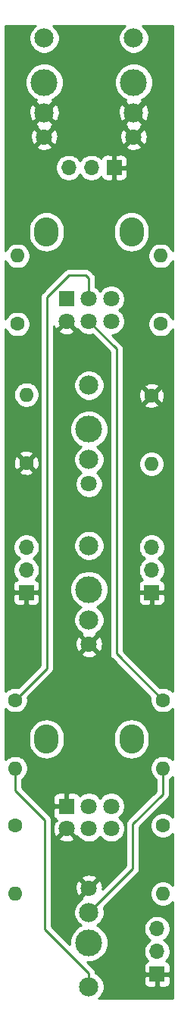
<source format=gbr>
%TF.GenerationSoftware,KiCad,Pcbnew,(5.1.6-0-10_14)*%
%TF.CreationDate,2020-11-24T13:30:39-06:00*%
%TF.ProjectId,nab,6e61622e-6b69-4636-9164-5f7063625858,rev?*%
%TF.SameCoordinates,Original*%
%TF.FileFunction,Copper,L1,Top*%
%TF.FilePolarity,Positive*%
%FSLAX46Y46*%
G04 Gerber Fmt 4.6, Leading zero omitted, Abs format (unit mm)*
G04 Created by KiCad (PCBNEW (5.1.6-0-10_14)) date 2020-11-24 13:30:39*
%MOMM*%
%LPD*%
G01*
G04 APERTURE LIST*
%TA.AperFunction,ComponentPad*%
%ADD10O,1.700000X1.700000*%
%TD*%
%TA.AperFunction,ComponentPad*%
%ADD11R,1.700000X1.700000*%
%TD*%
%TA.AperFunction,ComponentPad*%
%ADD12R,1.800000X1.800000*%
%TD*%
%TA.AperFunction,ComponentPad*%
%ADD13C,1.800000*%
%TD*%
%TA.AperFunction,ComponentPad*%
%ADD14O,2.720000X3.240000*%
%TD*%
%TA.AperFunction,ComponentPad*%
%ADD15C,3.000000*%
%TD*%
%TA.AperFunction,ComponentPad*%
%ADD16C,2.150000*%
%TD*%
%TA.AperFunction,ComponentPad*%
%ADD17O,1.600000X1.600000*%
%TD*%
%TA.AperFunction,ComponentPad*%
%ADD18C,1.600000*%
%TD*%
%TA.AperFunction,Conductor*%
%ADD19C,0.250000*%
%TD*%
%TA.AperFunction,Conductor*%
%ADD20C,0.254000*%
%TD*%
G04 APERTURE END LIST*
D10*
%TO.P,J9,3*%
%TO.N,Net-(J4-Pad3)*%
X57734200Y-66522600D03*
%TO.P,J9,2*%
%TO.N,Net-(J5-Pad3)*%
X60274200Y-66522600D03*
D11*
%TO.P,J9,1*%
%TO.N,GND*%
X62814200Y-66522600D03*
%TD*%
D10*
%TO.P,J8,3*%
%TO.N,Net-(J3-PadT)*%
X53000000Y-108920000D03*
%TO.P,J8,2*%
%TO.N,Net-(J3-PadR)*%
X53000000Y-111460000D03*
D11*
%TO.P,J8,1*%
%TO.N,GND*%
X53000000Y-114000000D03*
%TD*%
D10*
%TO.P,J7,3*%
%TO.N,Net-(J2-PadT)*%
X67000000Y-108920000D03*
%TO.P,J7,2*%
%TO.N,Net-(J2-PadR)*%
X67000000Y-111460000D03*
D11*
%TO.P,J7,1*%
%TO.N,GND*%
X67000000Y-114000000D03*
%TD*%
D10*
%TO.P,J6,3*%
%TO.N,Net-(J1-PadT)*%
X67614800Y-151549100D03*
%TO.P,J6,2*%
%TO.N,Net-(J1-PadR)*%
X67614800Y-154089100D03*
D11*
%TO.P,J6,1*%
%TO.N,GND*%
X67614800Y-156629100D03*
%TD*%
D12*
%TO.P,RV1,1*%
%TO.N,GND*%
X57500000Y-137854597D03*
D13*
%TO.P,RV1,2*%
%TO.N,Net-(R1-Pad1)*%
X60000000Y-137854597D03*
%TO.P,RV1,3*%
%TO.N,Net-(J2-PadT)*%
X62500000Y-137854597D03*
D14*
%TO.P,RV1,*%
%TO.N,*%
X64750000Y-130354597D03*
X55250000Y-130354597D03*
D13*
%TO.P,RV1,6*%
%TO.N,Net-(J2-PadR)*%
X62500000Y-140354597D03*
%TO.P,RV1,5*%
%TO.N,Net-(R5-Pad1)*%
X60000000Y-140354597D03*
%TO.P,RV1,4*%
%TO.N,GND*%
X57500000Y-140354597D03*
%TD*%
D15*
%TO.P,J3,*%
%TO.N,*%
X60000000Y-95766799D03*
D16*
%TO.P,J3,T*%
%TO.N,Net-(J3-PadT)*%
X60000000Y-90846799D03*
%TO.P,J3,R*%
%TO.N,Net-(J3-PadR)*%
X60000000Y-99146799D03*
D13*
%TO.P,J3,S*%
%TO.N,Net-(J3-PadS)*%
X60000000Y-101862799D03*
%TD*%
D15*
%TO.P,J2,*%
%TO.N,*%
X60000000Y-113660698D03*
D16*
%TO.P,J2,T*%
%TO.N,Net-(J2-PadT)*%
X60000000Y-108740698D03*
%TO.P,J2,R*%
%TO.N,Net-(J2-PadR)*%
X60000000Y-117040698D03*
D13*
%TO.P,J2,S*%
%TO.N,GND*%
X60000000Y-119756698D03*
%TD*%
D15*
%TO.P,J1,*%
%TO.N,*%
X60000000Y-153098500D03*
D16*
%TO.P,J1,T*%
%TO.N,Net-(J1-PadT)*%
X60000000Y-158018500D03*
%TO.P,J1,R*%
%TO.N,Net-(J1-PadR)*%
X60000000Y-149718500D03*
D13*
%TO.P,J1,S*%
%TO.N,GND*%
X60000000Y-147002500D03*
%TD*%
D12*
%TO.P,RV2,1*%
%TO.N,GND*%
X57500000Y-81193899D03*
D13*
%TO.P,RV2,2*%
%TO.N,Net-(R2-Pad1)*%
X60000000Y-81193899D03*
%TO.P,RV2,3*%
%TO.N,Net-(J3-PadT)*%
X62500000Y-81193899D03*
D14*
%TO.P,RV2,*%
%TO.N,*%
X64750000Y-73693899D03*
X55250000Y-73693899D03*
D13*
%TO.P,RV2,6*%
%TO.N,Net-(J3-PadR)*%
X62500000Y-83693899D03*
%TO.P,RV2,5*%
%TO.N,Net-(R6-Pad1)*%
X60000000Y-83693899D03*
%TO.P,RV2,4*%
%TO.N,GND*%
X57500000Y-83693899D03*
%TD*%
D17*
%TO.P,R8,2*%
%TO.N,Net-(J3-PadR)*%
X67000000Y-99620000D03*
D18*
%TO.P,R8,1*%
%TO.N,GND*%
X67000000Y-92000000D03*
%TD*%
D17*
%TO.P,R7,2*%
%TO.N,Net-(J5-Pad3)*%
X68000000Y-76380000D03*
D18*
%TO.P,R7,1*%
%TO.N,Net-(J3-PadR)*%
X68000000Y-84000000D03*
%TD*%
D17*
%TO.P,R6,2*%
%TO.N,Net-(J1-PadR)*%
X68250000Y-133620000D03*
D18*
%TO.P,R6,1*%
%TO.N,Net-(R6-Pad1)*%
X68250000Y-126000000D03*
%TD*%
D17*
%TO.P,R5,2*%
%TO.N,Net-(J1-PadR)*%
X68250000Y-147620000D03*
D18*
%TO.P,R5,1*%
%TO.N,Net-(R5-Pad1)*%
X68250000Y-140000000D03*
%TD*%
D17*
%TO.P,R4,2*%
%TO.N,Net-(J3-PadT)*%
X53000000Y-91880000D03*
D18*
%TO.P,R4,1*%
%TO.N,GND*%
X53000000Y-99500000D03*
%TD*%
D17*
%TO.P,R3,2*%
%TO.N,Net-(J4-Pad3)*%
X52000000Y-76380000D03*
D18*
%TO.P,R3,1*%
%TO.N,Net-(J3-PadT)*%
X52000000Y-84000000D03*
%TD*%
D17*
%TO.P,R2,2*%
%TO.N,Net-(J1-PadT)*%
X51750000Y-133620000D03*
D18*
%TO.P,R2,1*%
%TO.N,Net-(R2-Pad1)*%
X51750000Y-126000000D03*
%TD*%
D17*
%TO.P,R1,2*%
%TO.N,Net-(J1-PadT)*%
X51750000Y-147620000D03*
D18*
%TO.P,R1,1*%
%TO.N,Net-(R1-Pad1)*%
X51750000Y-140000000D03*
%TD*%
D15*
%TO.P,J5,*%
%TO.N,*%
X65000000Y-57000000D03*
D16*
%TO.P,J5,3*%
%TO.N,Net-(J5-Pad3)*%
X65000000Y-52080000D03*
%TO.P,J5,2*%
%TO.N,GND*%
X65000000Y-60380000D03*
D13*
%TO.P,J5,1*%
X65000000Y-63096000D03*
%TD*%
D15*
%TO.P,J4,*%
%TO.N,*%
X55000000Y-57000000D03*
D16*
%TO.P,J4,3*%
%TO.N,Net-(J4-Pad3)*%
X55000000Y-52080000D03*
%TO.P,J4,2*%
%TO.N,GND*%
X55000000Y-60380000D03*
D13*
%TO.P,J4,1*%
X55000000Y-63096000D03*
%TD*%
D19*
%TO.N,Net-(J1-PadT)*%
X51750000Y-133620000D02*
X51750000Y-136090700D01*
X51750000Y-136090700D02*
X55054500Y-139395200D01*
X55054500Y-139395200D02*
X55054500Y-151574500D01*
X60000000Y-156520000D02*
X60000000Y-158018500D01*
X55054500Y-151574500D02*
X60000000Y-156520000D01*
%TO.N,Net-(R2-Pad1)*%
X60000000Y-81193899D02*
X60000000Y-81033500D01*
X60000000Y-81193899D02*
X60000000Y-78897600D01*
X60000000Y-78897600D02*
X59664600Y-78562200D01*
X57746697Y-78562200D02*
X55295800Y-81013097D01*
X59664600Y-78562200D02*
X57746697Y-78562200D01*
X55295800Y-122454200D02*
X51750000Y-126000000D01*
X55295800Y-81013097D02*
X55295800Y-122454200D01*
%TO.N,Net-(J1-PadR)*%
X68250000Y-133620000D02*
X68250000Y-136499400D01*
X68250000Y-136499400D02*
X64897000Y-139852400D01*
X64897000Y-144821500D02*
X60000000Y-149718500D01*
X64897000Y-139852400D02*
X64897000Y-144821500D01*
%TO.N,Net-(R6-Pad1)*%
X60000000Y-83693899D02*
X63080900Y-86774799D01*
X63080900Y-120830900D02*
X68250000Y-126000000D01*
X63080900Y-86774799D02*
X63080900Y-120830900D01*
%TD*%
D20*
%TO.N,GND*%
G36*
X69340001Y-139060605D02*
G01*
X69164759Y-138885363D01*
X68929727Y-138728320D01*
X68668574Y-138620147D01*
X68391335Y-138565000D01*
X68108665Y-138565000D01*
X67831426Y-138620147D01*
X67570273Y-138728320D01*
X67335241Y-138885363D01*
X67135363Y-139085241D01*
X66978320Y-139320273D01*
X66870147Y-139581426D01*
X66815000Y-139858665D01*
X66815000Y-140141335D01*
X66870147Y-140418574D01*
X66978320Y-140679727D01*
X67135363Y-140914759D01*
X67335241Y-141114637D01*
X67570273Y-141271680D01*
X67831426Y-141379853D01*
X68108665Y-141435000D01*
X68391335Y-141435000D01*
X68668574Y-141379853D01*
X68929727Y-141271680D01*
X69164759Y-141114637D01*
X69340001Y-140939395D01*
X69340001Y-146680605D01*
X69164759Y-146505363D01*
X68929727Y-146348320D01*
X68668574Y-146240147D01*
X68391335Y-146185000D01*
X68108665Y-146185000D01*
X67831426Y-146240147D01*
X67570273Y-146348320D01*
X67335241Y-146505363D01*
X67135363Y-146705241D01*
X66978320Y-146940273D01*
X66870147Y-147201426D01*
X66815000Y-147478665D01*
X66815000Y-147761335D01*
X66870147Y-148038574D01*
X66978320Y-148299727D01*
X67135363Y-148534759D01*
X67335241Y-148734637D01*
X67570273Y-148891680D01*
X67831426Y-148999853D01*
X68108665Y-149055000D01*
X68391335Y-149055000D01*
X68668574Y-148999853D01*
X68929727Y-148891680D01*
X69164759Y-148734637D01*
X69340001Y-148559395D01*
X69340001Y-159340000D01*
X61096805Y-159340000D01*
X61328244Y-159108561D01*
X61515382Y-158828489D01*
X61644286Y-158517289D01*
X61710000Y-158186920D01*
X61710000Y-157850080D01*
X61644286Y-157519711D01*
X61627465Y-157479100D01*
X66126728Y-157479100D01*
X66138988Y-157603582D01*
X66175298Y-157723280D01*
X66234263Y-157833594D01*
X66313615Y-157930285D01*
X66410306Y-158009637D01*
X66520620Y-158068602D01*
X66640318Y-158104912D01*
X66764800Y-158117172D01*
X67329050Y-158114100D01*
X67487800Y-157955350D01*
X67487800Y-156756100D01*
X67741800Y-156756100D01*
X67741800Y-157955350D01*
X67900550Y-158114100D01*
X68464800Y-158117172D01*
X68589282Y-158104912D01*
X68708980Y-158068602D01*
X68819294Y-158009637D01*
X68915985Y-157930285D01*
X68995337Y-157833594D01*
X69054302Y-157723280D01*
X69090612Y-157603582D01*
X69102872Y-157479100D01*
X69099800Y-156914850D01*
X68941050Y-156756100D01*
X67741800Y-156756100D01*
X67487800Y-156756100D01*
X66288550Y-156756100D01*
X66129800Y-156914850D01*
X66126728Y-157479100D01*
X61627465Y-157479100D01*
X61515382Y-157208511D01*
X61328244Y-156928439D01*
X61090061Y-156690256D01*
X60809989Y-156503118D01*
X60759974Y-156482401D01*
X60749003Y-156371014D01*
X60705546Y-156227753D01*
X60634974Y-156095724D01*
X60540001Y-155979999D01*
X60511004Y-155956202D01*
X60333902Y-155779100D01*
X66126728Y-155779100D01*
X66129800Y-156343350D01*
X66288550Y-156502100D01*
X67487800Y-156502100D01*
X67487800Y-156482100D01*
X67741800Y-156482100D01*
X67741800Y-156502100D01*
X68941050Y-156502100D01*
X69099800Y-156343350D01*
X69102872Y-155779100D01*
X69090612Y-155654618D01*
X69054302Y-155534920D01*
X68995337Y-155424606D01*
X68915985Y-155327915D01*
X68819294Y-155248563D01*
X68708980Y-155189598D01*
X68636420Y-155167587D01*
X68768275Y-155035732D01*
X68930790Y-154792511D01*
X69042732Y-154522258D01*
X69099800Y-154235360D01*
X69099800Y-153942840D01*
X69042732Y-153655942D01*
X68930790Y-153385689D01*
X68768275Y-153142468D01*
X68561432Y-152935625D01*
X68387040Y-152819100D01*
X68561432Y-152702575D01*
X68768275Y-152495732D01*
X68930790Y-152252511D01*
X69042732Y-151982258D01*
X69099800Y-151695360D01*
X69099800Y-151402840D01*
X69042732Y-151115942D01*
X68930790Y-150845689D01*
X68768275Y-150602468D01*
X68561432Y-150395625D01*
X68318211Y-150233110D01*
X68047958Y-150121168D01*
X67761060Y-150064100D01*
X67468540Y-150064100D01*
X67181642Y-150121168D01*
X66911389Y-150233110D01*
X66668168Y-150395625D01*
X66461325Y-150602468D01*
X66298810Y-150845689D01*
X66186868Y-151115942D01*
X66129800Y-151402840D01*
X66129800Y-151695360D01*
X66186868Y-151982258D01*
X66298810Y-152252511D01*
X66461325Y-152495732D01*
X66668168Y-152702575D01*
X66842560Y-152819100D01*
X66668168Y-152935625D01*
X66461325Y-153142468D01*
X66298810Y-153385689D01*
X66186868Y-153655942D01*
X66129800Y-153942840D01*
X66129800Y-154235360D01*
X66186868Y-154522258D01*
X66298810Y-154792511D01*
X66461325Y-155035732D01*
X66593180Y-155167587D01*
X66520620Y-155189598D01*
X66410306Y-155248563D01*
X66313615Y-155327915D01*
X66234263Y-155424606D01*
X66175298Y-155534920D01*
X66138988Y-155654618D01*
X66126728Y-155779100D01*
X60333902Y-155779100D01*
X59787949Y-155233148D01*
X59789721Y-155233500D01*
X60210279Y-155233500D01*
X60622756Y-155151453D01*
X61011302Y-154990512D01*
X61360983Y-154756863D01*
X61658363Y-154459483D01*
X61892012Y-154109802D01*
X62052953Y-153721256D01*
X62135000Y-153308779D01*
X62135000Y-152888221D01*
X62052953Y-152475744D01*
X61892012Y-152087198D01*
X61658363Y-151737517D01*
X61360983Y-151440137D01*
X61011302Y-151206488D01*
X60912337Y-151165495D01*
X61090061Y-151046744D01*
X61328244Y-150808561D01*
X61515382Y-150528489D01*
X61644286Y-150217289D01*
X61710000Y-149886920D01*
X61710000Y-149550080D01*
X61644286Y-149219711D01*
X61623580Y-149169722D01*
X65408003Y-145385299D01*
X65437001Y-145361501D01*
X65531974Y-145245776D01*
X65602546Y-145113747D01*
X65646003Y-144970486D01*
X65657000Y-144858833D01*
X65657000Y-144858823D01*
X65660676Y-144821500D01*
X65657000Y-144784177D01*
X65657000Y-140167201D01*
X68761003Y-137063199D01*
X68790001Y-137039401D01*
X68859598Y-136954597D01*
X68884974Y-136923677D01*
X68955546Y-136791647D01*
X68980186Y-136710417D01*
X68999003Y-136648386D01*
X69010000Y-136536733D01*
X69010000Y-136536724D01*
X69013676Y-136499401D01*
X69010000Y-136462078D01*
X69010000Y-134838043D01*
X69164759Y-134734637D01*
X69340001Y-134559395D01*
X69340001Y-139060605D01*
G37*
X69340001Y-139060605D02*
X69164759Y-138885363D01*
X68929727Y-138728320D01*
X68668574Y-138620147D01*
X68391335Y-138565000D01*
X68108665Y-138565000D01*
X67831426Y-138620147D01*
X67570273Y-138728320D01*
X67335241Y-138885363D01*
X67135363Y-139085241D01*
X66978320Y-139320273D01*
X66870147Y-139581426D01*
X66815000Y-139858665D01*
X66815000Y-140141335D01*
X66870147Y-140418574D01*
X66978320Y-140679727D01*
X67135363Y-140914759D01*
X67335241Y-141114637D01*
X67570273Y-141271680D01*
X67831426Y-141379853D01*
X68108665Y-141435000D01*
X68391335Y-141435000D01*
X68668574Y-141379853D01*
X68929727Y-141271680D01*
X69164759Y-141114637D01*
X69340001Y-140939395D01*
X69340001Y-146680605D01*
X69164759Y-146505363D01*
X68929727Y-146348320D01*
X68668574Y-146240147D01*
X68391335Y-146185000D01*
X68108665Y-146185000D01*
X67831426Y-146240147D01*
X67570273Y-146348320D01*
X67335241Y-146505363D01*
X67135363Y-146705241D01*
X66978320Y-146940273D01*
X66870147Y-147201426D01*
X66815000Y-147478665D01*
X66815000Y-147761335D01*
X66870147Y-148038574D01*
X66978320Y-148299727D01*
X67135363Y-148534759D01*
X67335241Y-148734637D01*
X67570273Y-148891680D01*
X67831426Y-148999853D01*
X68108665Y-149055000D01*
X68391335Y-149055000D01*
X68668574Y-148999853D01*
X68929727Y-148891680D01*
X69164759Y-148734637D01*
X69340001Y-148559395D01*
X69340001Y-159340000D01*
X61096805Y-159340000D01*
X61328244Y-159108561D01*
X61515382Y-158828489D01*
X61644286Y-158517289D01*
X61710000Y-158186920D01*
X61710000Y-157850080D01*
X61644286Y-157519711D01*
X61627465Y-157479100D01*
X66126728Y-157479100D01*
X66138988Y-157603582D01*
X66175298Y-157723280D01*
X66234263Y-157833594D01*
X66313615Y-157930285D01*
X66410306Y-158009637D01*
X66520620Y-158068602D01*
X66640318Y-158104912D01*
X66764800Y-158117172D01*
X67329050Y-158114100D01*
X67487800Y-157955350D01*
X67487800Y-156756100D01*
X67741800Y-156756100D01*
X67741800Y-157955350D01*
X67900550Y-158114100D01*
X68464800Y-158117172D01*
X68589282Y-158104912D01*
X68708980Y-158068602D01*
X68819294Y-158009637D01*
X68915985Y-157930285D01*
X68995337Y-157833594D01*
X69054302Y-157723280D01*
X69090612Y-157603582D01*
X69102872Y-157479100D01*
X69099800Y-156914850D01*
X68941050Y-156756100D01*
X67741800Y-156756100D01*
X67487800Y-156756100D01*
X66288550Y-156756100D01*
X66129800Y-156914850D01*
X66126728Y-157479100D01*
X61627465Y-157479100D01*
X61515382Y-157208511D01*
X61328244Y-156928439D01*
X61090061Y-156690256D01*
X60809989Y-156503118D01*
X60759974Y-156482401D01*
X60749003Y-156371014D01*
X60705546Y-156227753D01*
X60634974Y-156095724D01*
X60540001Y-155979999D01*
X60511004Y-155956202D01*
X60333902Y-155779100D01*
X66126728Y-155779100D01*
X66129800Y-156343350D01*
X66288550Y-156502100D01*
X67487800Y-156502100D01*
X67487800Y-156482100D01*
X67741800Y-156482100D01*
X67741800Y-156502100D01*
X68941050Y-156502100D01*
X69099800Y-156343350D01*
X69102872Y-155779100D01*
X69090612Y-155654618D01*
X69054302Y-155534920D01*
X68995337Y-155424606D01*
X68915985Y-155327915D01*
X68819294Y-155248563D01*
X68708980Y-155189598D01*
X68636420Y-155167587D01*
X68768275Y-155035732D01*
X68930790Y-154792511D01*
X69042732Y-154522258D01*
X69099800Y-154235360D01*
X69099800Y-153942840D01*
X69042732Y-153655942D01*
X68930790Y-153385689D01*
X68768275Y-153142468D01*
X68561432Y-152935625D01*
X68387040Y-152819100D01*
X68561432Y-152702575D01*
X68768275Y-152495732D01*
X68930790Y-152252511D01*
X69042732Y-151982258D01*
X69099800Y-151695360D01*
X69099800Y-151402840D01*
X69042732Y-151115942D01*
X68930790Y-150845689D01*
X68768275Y-150602468D01*
X68561432Y-150395625D01*
X68318211Y-150233110D01*
X68047958Y-150121168D01*
X67761060Y-150064100D01*
X67468540Y-150064100D01*
X67181642Y-150121168D01*
X66911389Y-150233110D01*
X66668168Y-150395625D01*
X66461325Y-150602468D01*
X66298810Y-150845689D01*
X66186868Y-151115942D01*
X66129800Y-151402840D01*
X66129800Y-151695360D01*
X66186868Y-151982258D01*
X66298810Y-152252511D01*
X66461325Y-152495732D01*
X66668168Y-152702575D01*
X66842560Y-152819100D01*
X66668168Y-152935625D01*
X66461325Y-153142468D01*
X66298810Y-153385689D01*
X66186868Y-153655942D01*
X66129800Y-153942840D01*
X66129800Y-154235360D01*
X66186868Y-154522258D01*
X66298810Y-154792511D01*
X66461325Y-155035732D01*
X66593180Y-155167587D01*
X66520620Y-155189598D01*
X66410306Y-155248563D01*
X66313615Y-155327915D01*
X66234263Y-155424606D01*
X66175298Y-155534920D01*
X66138988Y-155654618D01*
X66126728Y-155779100D01*
X60333902Y-155779100D01*
X59787949Y-155233148D01*
X59789721Y-155233500D01*
X60210279Y-155233500D01*
X60622756Y-155151453D01*
X61011302Y-154990512D01*
X61360983Y-154756863D01*
X61658363Y-154459483D01*
X61892012Y-154109802D01*
X62052953Y-153721256D01*
X62135000Y-153308779D01*
X62135000Y-152888221D01*
X62052953Y-152475744D01*
X61892012Y-152087198D01*
X61658363Y-151737517D01*
X61360983Y-151440137D01*
X61011302Y-151206488D01*
X60912337Y-151165495D01*
X61090061Y-151046744D01*
X61328244Y-150808561D01*
X61515382Y-150528489D01*
X61644286Y-150217289D01*
X61710000Y-149886920D01*
X61710000Y-149550080D01*
X61644286Y-149219711D01*
X61623580Y-149169722D01*
X65408003Y-145385299D01*
X65437001Y-145361501D01*
X65531974Y-145245776D01*
X65602546Y-145113747D01*
X65646003Y-144970486D01*
X65657000Y-144858833D01*
X65657000Y-144858823D01*
X65660676Y-144821500D01*
X65657000Y-144784177D01*
X65657000Y-140167201D01*
X68761003Y-137063199D01*
X68790001Y-137039401D01*
X68859598Y-136954597D01*
X68884974Y-136923677D01*
X68955546Y-136791647D01*
X68980186Y-136710417D01*
X68999003Y-136648386D01*
X69010000Y-136536733D01*
X69010000Y-136536724D01*
X69013676Y-136499401D01*
X69010000Y-136462078D01*
X69010000Y-134838043D01*
X69164759Y-134734637D01*
X69340001Y-134559395D01*
X69340001Y-139060605D01*
G36*
X57693748Y-83679757D02*
G01*
X57679605Y-83693899D01*
X58564080Y-84578374D01*
X58712262Y-84529589D01*
X58807688Y-84672404D01*
X59021495Y-84886211D01*
X59272905Y-85054198D01*
X59552257Y-85169910D01*
X59848816Y-85228899D01*
X60151184Y-85228899D01*
X60408930Y-85177630D01*
X62320900Y-87089601D01*
X62320901Y-120793567D01*
X62317224Y-120830900D01*
X62331898Y-120979885D01*
X62375354Y-121123146D01*
X62445926Y-121255176D01*
X62480816Y-121297689D01*
X62540900Y-121370901D01*
X62569898Y-121394699D01*
X66851312Y-125676114D01*
X66815000Y-125858665D01*
X66815000Y-126141335D01*
X66870147Y-126418574D01*
X66978320Y-126679727D01*
X67135363Y-126914759D01*
X67335241Y-127114637D01*
X67570273Y-127271680D01*
X67831426Y-127379853D01*
X68108665Y-127435000D01*
X68391335Y-127435000D01*
X68668574Y-127379853D01*
X68929727Y-127271680D01*
X69164759Y-127114637D01*
X69340001Y-126939395D01*
X69340001Y-132680605D01*
X69164759Y-132505363D01*
X68929727Y-132348320D01*
X68668574Y-132240147D01*
X68391335Y-132185000D01*
X68108665Y-132185000D01*
X67831426Y-132240147D01*
X67570273Y-132348320D01*
X67335241Y-132505363D01*
X67135363Y-132705241D01*
X66978320Y-132940273D01*
X66870147Y-133201426D01*
X66815000Y-133478665D01*
X66815000Y-133761335D01*
X66870147Y-134038574D01*
X66978320Y-134299727D01*
X67135363Y-134534759D01*
X67335241Y-134734637D01*
X67490000Y-134838044D01*
X67490001Y-136184597D01*
X64386003Y-139288596D01*
X64356999Y-139312399D01*
X64330984Y-139344099D01*
X64262026Y-139428124D01*
X64199989Y-139544186D01*
X64191454Y-139560154D01*
X64147997Y-139703415D01*
X64137000Y-139815068D01*
X64137000Y-139815078D01*
X64133324Y-139852400D01*
X64137000Y-139889723D01*
X64137001Y-144506697D01*
X61531272Y-147112426D01*
X61540991Y-146935947D01*
X61498397Y-146636593D01*
X61398222Y-146351301D01*
X61318261Y-146201708D01*
X61064080Y-146118025D01*
X60179605Y-147002500D01*
X60193748Y-147016643D01*
X60014143Y-147196248D01*
X60000000Y-147182105D01*
X59115525Y-148066580D01*
X59165802Y-148219294D01*
X58909939Y-148390256D01*
X58671756Y-148628439D01*
X58484618Y-148908511D01*
X58355714Y-149219711D01*
X58290000Y-149550080D01*
X58290000Y-149886920D01*
X58355714Y-150217289D01*
X58484618Y-150528489D01*
X58671756Y-150808561D01*
X58909939Y-151046744D01*
X59087663Y-151165495D01*
X58988698Y-151206488D01*
X58639017Y-151440137D01*
X58341637Y-151737517D01*
X58107988Y-152087198D01*
X57947047Y-152475744D01*
X57865000Y-152888221D01*
X57865000Y-153308779D01*
X57865352Y-153310551D01*
X55814500Y-151259699D01*
X55814500Y-147069053D01*
X58459009Y-147069053D01*
X58501603Y-147368407D01*
X58601778Y-147653699D01*
X58681739Y-147803292D01*
X58935920Y-147886975D01*
X59820395Y-147002500D01*
X58935920Y-146118025D01*
X58681739Y-146201708D01*
X58550842Y-146474275D01*
X58475635Y-146767142D01*
X58459009Y-147069053D01*
X55814500Y-147069053D01*
X55814500Y-145938420D01*
X59115525Y-145938420D01*
X60000000Y-146822895D01*
X60884475Y-145938420D01*
X60800792Y-145684239D01*
X60528225Y-145553342D01*
X60235358Y-145478135D01*
X59933447Y-145461509D01*
X59634093Y-145504103D01*
X59348801Y-145604278D01*
X59199208Y-145684239D01*
X59115525Y-145938420D01*
X55814500Y-145938420D01*
X55814500Y-141418677D01*
X56615525Y-141418677D01*
X56699208Y-141672858D01*
X56971775Y-141803755D01*
X57264642Y-141878962D01*
X57566553Y-141895588D01*
X57865907Y-141852994D01*
X58151199Y-141752819D01*
X58300792Y-141672858D01*
X58384475Y-141418677D01*
X57500000Y-140534202D01*
X56615525Y-141418677D01*
X55814500Y-141418677D01*
X55814500Y-140421150D01*
X55959009Y-140421150D01*
X56001603Y-140720504D01*
X56101778Y-141005796D01*
X56181739Y-141155389D01*
X56435920Y-141239072D01*
X57320395Y-140354597D01*
X57306253Y-140340455D01*
X57485858Y-140160850D01*
X57500000Y-140174992D01*
X57514143Y-140160850D01*
X57693748Y-140340455D01*
X57679605Y-140354597D01*
X58564080Y-141239072D01*
X58712262Y-141190287D01*
X58807688Y-141333102D01*
X59021495Y-141546909D01*
X59272905Y-141714896D01*
X59552257Y-141830608D01*
X59848816Y-141889597D01*
X60151184Y-141889597D01*
X60447743Y-141830608D01*
X60727095Y-141714896D01*
X60978505Y-141546909D01*
X61192312Y-141333102D01*
X61250000Y-141246766D01*
X61307688Y-141333102D01*
X61521495Y-141546909D01*
X61772905Y-141714896D01*
X62052257Y-141830608D01*
X62348816Y-141889597D01*
X62651184Y-141889597D01*
X62947743Y-141830608D01*
X63227095Y-141714896D01*
X63478505Y-141546909D01*
X63692312Y-141333102D01*
X63860299Y-141081692D01*
X63976011Y-140802340D01*
X64035000Y-140505781D01*
X64035000Y-140203413D01*
X63976011Y-139906854D01*
X63860299Y-139627502D01*
X63692312Y-139376092D01*
X63478505Y-139162285D01*
X63392169Y-139104597D01*
X63478505Y-139046909D01*
X63692312Y-138833102D01*
X63860299Y-138581692D01*
X63976011Y-138302340D01*
X64035000Y-138005781D01*
X64035000Y-137703413D01*
X63976011Y-137406854D01*
X63860299Y-137127502D01*
X63692312Y-136876092D01*
X63478505Y-136662285D01*
X63227095Y-136494298D01*
X62947743Y-136378586D01*
X62651184Y-136319597D01*
X62348816Y-136319597D01*
X62052257Y-136378586D01*
X61772905Y-136494298D01*
X61521495Y-136662285D01*
X61307688Y-136876092D01*
X61250000Y-136962428D01*
X61192312Y-136876092D01*
X60978505Y-136662285D01*
X60727095Y-136494298D01*
X60447743Y-136378586D01*
X60151184Y-136319597D01*
X59848816Y-136319597D01*
X59552257Y-136378586D01*
X59272905Y-136494298D01*
X59021495Y-136662285D01*
X58983880Y-136699900D01*
X58930537Y-136600103D01*
X58851185Y-136503412D01*
X58754494Y-136424060D01*
X58644180Y-136365095D01*
X58524482Y-136328785D01*
X58400000Y-136316525D01*
X57785750Y-136319597D01*
X57627000Y-136478347D01*
X57627000Y-137727597D01*
X57647000Y-137727597D01*
X57647000Y-137981597D01*
X57627000Y-137981597D01*
X57627000Y-138001597D01*
X57373000Y-138001597D01*
X57373000Y-137981597D01*
X56123750Y-137981597D01*
X55965000Y-138140347D01*
X55961928Y-138754597D01*
X55974188Y-138879079D01*
X56010498Y-138998777D01*
X56069463Y-139109091D01*
X56148815Y-139205782D01*
X56245506Y-139285134D01*
X56339024Y-139335121D01*
X56319970Y-139354175D01*
X56435918Y-139470123D01*
X56181739Y-139553805D01*
X56050842Y-139826372D01*
X55975635Y-140119239D01*
X55959009Y-140421150D01*
X55814500Y-140421150D01*
X55814500Y-139432525D01*
X55818176Y-139395200D01*
X55814500Y-139357875D01*
X55814500Y-139357867D01*
X55803503Y-139246214D01*
X55760046Y-139102953D01*
X55689474Y-138970924D01*
X55594501Y-138855199D01*
X55565504Y-138831402D01*
X53688699Y-136954597D01*
X55961928Y-136954597D01*
X55965000Y-137568847D01*
X56123750Y-137727597D01*
X57373000Y-137727597D01*
X57373000Y-136478347D01*
X57214250Y-136319597D01*
X56600000Y-136316525D01*
X56475518Y-136328785D01*
X56355820Y-136365095D01*
X56245506Y-136424060D01*
X56148815Y-136503412D01*
X56069463Y-136600103D01*
X56010498Y-136710417D01*
X55974188Y-136830115D01*
X55961928Y-136954597D01*
X53688699Y-136954597D01*
X52510000Y-135775899D01*
X52510000Y-134838043D01*
X52664759Y-134734637D01*
X52864637Y-134534759D01*
X53021680Y-134299727D01*
X53129853Y-134038574D01*
X53185000Y-133761335D01*
X53185000Y-133478665D01*
X53129853Y-133201426D01*
X53021680Y-132940273D01*
X52864637Y-132705241D01*
X52664759Y-132505363D01*
X52429727Y-132348320D01*
X52168574Y-132240147D01*
X51891335Y-132185000D01*
X51608665Y-132185000D01*
X51331426Y-132240147D01*
X51070273Y-132348320D01*
X50835241Y-132505363D01*
X50660000Y-132680604D01*
X50660000Y-129996599D01*
X53255000Y-129996599D01*
X53255000Y-130712594D01*
X53283867Y-131005684D01*
X53397943Y-131381743D01*
X53583193Y-131728322D01*
X53832497Y-132032100D01*
X54136275Y-132281404D01*
X54482853Y-132466654D01*
X54858912Y-132580730D01*
X55250000Y-132619249D01*
X55641087Y-132580730D01*
X56017146Y-132466654D01*
X56363725Y-132281404D01*
X56667503Y-132032100D01*
X56916807Y-131728322D01*
X57102057Y-131381744D01*
X57216133Y-131005685D01*
X57245000Y-130712595D01*
X57245000Y-129996600D01*
X57245000Y-129996599D01*
X62755000Y-129996599D01*
X62755000Y-130712594D01*
X62783867Y-131005684D01*
X62897943Y-131381743D01*
X63083193Y-131728322D01*
X63332497Y-132032100D01*
X63636275Y-132281404D01*
X63982853Y-132466654D01*
X64358912Y-132580730D01*
X64750000Y-132619249D01*
X65141087Y-132580730D01*
X65517146Y-132466654D01*
X65863725Y-132281404D01*
X66167503Y-132032100D01*
X66416807Y-131728322D01*
X66602057Y-131381744D01*
X66716133Y-131005685D01*
X66745000Y-130712595D01*
X66745000Y-129996600D01*
X66716133Y-129703510D01*
X66602057Y-129327450D01*
X66416807Y-128980872D01*
X66167503Y-128677094D01*
X65863725Y-128427790D01*
X65517147Y-128242540D01*
X65141088Y-128128464D01*
X64750000Y-128089945D01*
X64358913Y-128128464D01*
X63982854Y-128242540D01*
X63636276Y-128427790D01*
X63332498Y-128677094D01*
X63083193Y-128980872D01*
X62897943Y-129327450D01*
X62783867Y-129703509D01*
X62755000Y-129996599D01*
X57245000Y-129996599D01*
X57216133Y-129703510D01*
X57102057Y-129327450D01*
X56916807Y-128980872D01*
X56667503Y-128677094D01*
X56363725Y-128427790D01*
X56017147Y-128242540D01*
X55641088Y-128128464D01*
X55250000Y-128089945D01*
X54858913Y-128128464D01*
X54482854Y-128242540D01*
X54136276Y-128427790D01*
X53832498Y-128677094D01*
X53583193Y-128980872D01*
X53397943Y-129327450D01*
X53283867Y-129703509D01*
X53255000Y-129996599D01*
X50660000Y-129996599D01*
X50660000Y-126939396D01*
X50835241Y-127114637D01*
X51070273Y-127271680D01*
X51331426Y-127379853D01*
X51608665Y-127435000D01*
X51891335Y-127435000D01*
X52168574Y-127379853D01*
X52429727Y-127271680D01*
X52664759Y-127114637D01*
X52864637Y-126914759D01*
X53021680Y-126679727D01*
X53129853Y-126418574D01*
X53185000Y-126141335D01*
X53185000Y-125858665D01*
X53148688Y-125676114D01*
X55806808Y-123017995D01*
X55835801Y-122994201D01*
X55859595Y-122965208D01*
X55859599Y-122965204D01*
X55930773Y-122878477D01*
X55930774Y-122878476D01*
X56001346Y-122746447D01*
X56044803Y-122603186D01*
X56055800Y-122491533D01*
X56055800Y-122491524D01*
X56059476Y-122454201D01*
X56055800Y-122416878D01*
X56055800Y-120820778D01*
X59115525Y-120820778D01*
X59199208Y-121074959D01*
X59471775Y-121205856D01*
X59764642Y-121281063D01*
X60066553Y-121297689D01*
X60365907Y-121255095D01*
X60651199Y-121154920D01*
X60800792Y-121074959D01*
X60884475Y-120820778D01*
X60000000Y-119936303D01*
X59115525Y-120820778D01*
X56055800Y-120820778D01*
X56055800Y-119823251D01*
X58459009Y-119823251D01*
X58501603Y-120122605D01*
X58601778Y-120407897D01*
X58681739Y-120557490D01*
X58935920Y-120641173D01*
X59820395Y-119756698D01*
X60179605Y-119756698D01*
X61064080Y-120641173D01*
X61318261Y-120557490D01*
X61449158Y-120284923D01*
X61524365Y-119992056D01*
X61540991Y-119690145D01*
X61498397Y-119390791D01*
X61398222Y-119105499D01*
X61318261Y-118955906D01*
X61064080Y-118872223D01*
X60179605Y-119756698D01*
X59820395Y-119756698D01*
X58935920Y-118872223D01*
X58681739Y-118955906D01*
X58550842Y-119228473D01*
X58475635Y-119521340D01*
X58459009Y-119823251D01*
X56055800Y-119823251D01*
X56055800Y-113450419D01*
X57865000Y-113450419D01*
X57865000Y-113870977D01*
X57947047Y-114283454D01*
X58107988Y-114672000D01*
X58341637Y-115021681D01*
X58639017Y-115319061D01*
X58988698Y-115552710D01*
X59087663Y-115593703D01*
X58909939Y-115712454D01*
X58671756Y-115950637D01*
X58484618Y-116230709D01*
X58355714Y-116541909D01*
X58290000Y-116872278D01*
X58290000Y-117209118D01*
X58355714Y-117539487D01*
X58484618Y-117850687D01*
X58671756Y-118130759D01*
X58909939Y-118368942D01*
X59165802Y-118539904D01*
X59115525Y-118692618D01*
X60000000Y-119577093D01*
X60884475Y-118692618D01*
X60834198Y-118539904D01*
X61090061Y-118368942D01*
X61328244Y-118130759D01*
X61515382Y-117850687D01*
X61644286Y-117539487D01*
X61710000Y-117209118D01*
X61710000Y-116872278D01*
X61644286Y-116541909D01*
X61515382Y-116230709D01*
X61328244Y-115950637D01*
X61090061Y-115712454D01*
X60912337Y-115593703D01*
X61011302Y-115552710D01*
X61360983Y-115319061D01*
X61658363Y-115021681D01*
X61892012Y-114672000D01*
X62052953Y-114283454D01*
X62135000Y-113870977D01*
X62135000Y-113450419D01*
X62052953Y-113037942D01*
X61892012Y-112649396D01*
X61658363Y-112299715D01*
X61360983Y-112002335D01*
X61011302Y-111768686D01*
X60622756Y-111607745D01*
X60210279Y-111525698D01*
X59789721Y-111525698D01*
X59377244Y-111607745D01*
X58988698Y-111768686D01*
X58639017Y-112002335D01*
X58341637Y-112299715D01*
X58107988Y-112649396D01*
X57947047Y-113037942D01*
X57865000Y-113450419D01*
X56055800Y-113450419D01*
X56055800Y-108572278D01*
X58290000Y-108572278D01*
X58290000Y-108909118D01*
X58355714Y-109239487D01*
X58484618Y-109550687D01*
X58671756Y-109830759D01*
X58909939Y-110068942D01*
X59190011Y-110256080D01*
X59501211Y-110384984D01*
X59831580Y-110450698D01*
X60168420Y-110450698D01*
X60498789Y-110384984D01*
X60809989Y-110256080D01*
X61090061Y-110068942D01*
X61328244Y-109830759D01*
X61515382Y-109550687D01*
X61644286Y-109239487D01*
X61710000Y-108909118D01*
X61710000Y-108572278D01*
X61644286Y-108241909D01*
X61515382Y-107930709D01*
X61328244Y-107650637D01*
X61090061Y-107412454D01*
X60809989Y-107225316D01*
X60498789Y-107096412D01*
X60168420Y-107030698D01*
X59831580Y-107030698D01*
X59501211Y-107096412D01*
X59190011Y-107225316D01*
X58909939Y-107412454D01*
X58671756Y-107650637D01*
X58484618Y-107930709D01*
X58355714Y-108241909D01*
X58290000Y-108572278D01*
X56055800Y-108572278D01*
X56055800Y-95556520D01*
X57865000Y-95556520D01*
X57865000Y-95977078D01*
X57947047Y-96389555D01*
X58107988Y-96778101D01*
X58341637Y-97127782D01*
X58639017Y-97425162D01*
X58988698Y-97658811D01*
X59087663Y-97699804D01*
X58909939Y-97818555D01*
X58671756Y-98056738D01*
X58484618Y-98336810D01*
X58355714Y-98648010D01*
X58290000Y-98978379D01*
X58290000Y-99315219D01*
X58355714Y-99645588D01*
X58484618Y-99956788D01*
X58671756Y-100236860D01*
X58909939Y-100475043D01*
X59111968Y-100610035D01*
X59021495Y-100670487D01*
X58807688Y-100884294D01*
X58639701Y-101135704D01*
X58523989Y-101415056D01*
X58465000Y-101711615D01*
X58465000Y-102013983D01*
X58523989Y-102310542D01*
X58639701Y-102589894D01*
X58807688Y-102841304D01*
X59021495Y-103055111D01*
X59272905Y-103223098D01*
X59552257Y-103338810D01*
X59848816Y-103397799D01*
X60151184Y-103397799D01*
X60447743Y-103338810D01*
X60727095Y-103223098D01*
X60978505Y-103055111D01*
X61192312Y-102841304D01*
X61360299Y-102589894D01*
X61476011Y-102310542D01*
X61535000Y-102013983D01*
X61535000Y-101711615D01*
X61476011Y-101415056D01*
X61360299Y-101135704D01*
X61192312Y-100884294D01*
X60978505Y-100670487D01*
X60888032Y-100610035D01*
X61090061Y-100475043D01*
X61328244Y-100236860D01*
X61515382Y-99956788D01*
X61644286Y-99645588D01*
X61710000Y-99315219D01*
X61710000Y-98978379D01*
X61644286Y-98648010D01*
X61515382Y-98336810D01*
X61328244Y-98056738D01*
X61090061Y-97818555D01*
X60912337Y-97699804D01*
X61011302Y-97658811D01*
X61360983Y-97425162D01*
X61658363Y-97127782D01*
X61892012Y-96778101D01*
X62052953Y-96389555D01*
X62135000Y-95977078D01*
X62135000Y-95556520D01*
X62052953Y-95144043D01*
X61892012Y-94755497D01*
X61658363Y-94405816D01*
X61360983Y-94108436D01*
X61011302Y-93874787D01*
X60622756Y-93713846D01*
X60210279Y-93631799D01*
X59789721Y-93631799D01*
X59377244Y-93713846D01*
X58988698Y-93874787D01*
X58639017Y-94108436D01*
X58341637Y-94405816D01*
X58107988Y-94755497D01*
X57947047Y-95144043D01*
X57865000Y-95556520D01*
X56055800Y-95556520D01*
X56055800Y-90678379D01*
X58290000Y-90678379D01*
X58290000Y-91015219D01*
X58355714Y-91345588D01*
X58484618Y-91656788D01*
X58671756Y-91936860D01*
X58909939Y-92175043D01*
X59190011Y-92362181D01*
X59501211Y-92491085D01*
X59831580Y-92556799D01*
X60168420Y-92556799D01*
X60498789Y-92491085D01*
X60809989Y-92362181D01*
X61090061Y-92175043D01*
X61328244Y-91936860D01*
X61515382Y-91656788D01*
X61644286Y-91345588D01*
X61710000Y-91015219D01*
X61710000Y-90678379D01*
X61644286Y-90348010D01*
X61515382Y-90036810D01*
X61328244Y-89756738D01*
X61090061Y-89518555D01*
X60809989Y-89331417D01*
X60498789Y-89202513D01*
X60168420Y-89136799D01*
X59831580Y-89136799D01*
X59501211Y-89202513D01*
X59190011Y-89331417D01*
X58909939Y-89518555D01*
X58671756Y-89756738D01*
X58484618Y-90036810D01*
X58355714Y-90348010D01*
X58290000Y-90678379D01*
X56055800Y-90678379D01*
X56055800Y-84757979D01*
X56615525Y-84757979D01*
X56699208Y-85012160D01*
X56971775Y-85143057D01*
X57264642Y-85218264D01*
X57566553Y-85234890D01*
X57865907Y-85192296D01*
X58151199Y-85092121D01*
X58300792Y-85012160D01*
X58384475Y-84757979D01*
X57500000Y-83873504D01*
X56615525Y-84757979D01*
X56055800Y-84757979D01*
X56055800Y-84214156D01*
X56101778Y-84345098D01*
X56181739Y-84494691D01*
X56435920Y-84578374D01*
X57320395Y-83693899D01*
X57306253Y-83679757D01*
X57485858Y-83500152D01*
X57500000Y-83514294D01*
X57514143Y-83500152D01*
X57693748Y-83679757D01*
G37*
X57693748Y-83679757D02*
X57679605Y-83693899D01*
X58564080Y-84578374D01*
X58712262Y-84529589D01*
X58807688Y-84672404D01*
X59021495Y-84886211D01*
X59272905Y-85054198D01*
X59552257Y-85169910D01*
X59848816Y-85228899D01*
X60151184Y-85228899D01*
X60408930Y-85177630D01*
X62320900Y-87089601D01*
X62320901Y-120793567D01*
X62317224Y-120830900D01*
X62331898Y-120979885D01*
X62375354Y-121123146D01*
X62445926Y-121255176D01*
X62480816Y-121297689D01*
X62540900Y-121370901D01*
X62569898Y-121394699D01*
X66851312Y-125676114D01*
X66815000Y-125858665D01*
X66815000Y-126141335D01*
X66870147Y-126418574D01*
X66978320Y-126679727D01*
X67135363Y-126914759D01*
X67335241Y-127114637D01*
X67570273Y-127271680D01*
X67831426Y-127379853D01*
X68108665Y-127435000D01*
X68391335Y-127435000D01*
X68668574Y-127379853D01*
X68929727Y-127271680D01*
X69164759Y-127114637D01*
X69340001Y-126939395D01*
X69340001Y-132680605D01*
X69164759Y-132505363D01*
X68929727Y-132348320D01*
X68668574Y-132240147D01*
X68391335Y-132185000D01*
X68108665Y-132185000D01*
X67831426Y-132240147D01*
X67570273Y-132348320D01*
X67335241Y-132505363D01*
X67135363Y-132705241D01*
X66978320Y-132940273D01*
X66870147Y-133201426D01*
X66815000Y-133478665D01*
X66815000Y-133761335D01*
X66870147Y-134038574D01*
X66978320Y-134299727D01*
X67135363Y-134534759D01*
X67335241Y-134734637D01*
X67490000Y-134838044D01*
X67490001Y-136184597D01*
X64386003Y-139288596D01*
X64356999Y-139312399D01*
X64330984Y-139344099D01*
X64262026Y-139428124D01*
X64199989Y-139544186D01*
X64191454Y-139560154D01*
X64147997Y-139703415D01*
X64137000Y-139815068D01*
X64137000Y-139815078D01*
X64133324Y-139852400D01*
X64137000Y-139889723D01*
X64137001Y-144506697D01*
X61531272Y-147112426D01*
X61540991Y-146935947D01*
X61498397Y-146636593D01*
X61398222Y-146351301D01*
X61318261Y-146201708D01*
X61064080Y-146118025D01*
X60179605Y-147002500D01*
X60193748Y-147016643D01*
X60014143Y-147196248D01*
X60000000Y-147182105D01*
X59115525Y-148066580D01*
X59165802Y-148219294D01*
X58909939Y-148390256D01*
X58671756Y-148628439D01*
X58484618Y-148908511D01*
X58355714Y-149219711D01*
X58290000Y-149550080D01*
X58290000Y-149886920D01*
X58355714Y-150217289D01*
X58484618Y-150528489D01*
X58671756Y-150808561D01*
X58909939Y-151046744D01*
X59087663Y-151165495D01*
X58988698Y-151206488D01*
X58639017Y-151440137D01*
X58341637Y-151737517D01*
X58107988Y-152087198D01*
X57947047Y-152475744D01*
X57865000Y-152888221D01*
X57865000Y-153308779D01*
X57865352Y-153310551D01*
X55814500Y-151259699D01*
X55814500Y-147069053D01*
X58459009Y-147069053D01*
X58501603Y-147368407D01*
X58601778Y-147653699D01*
X58681739Y-147803292D01*
X58935920Y-147886975D01*
X59820395Y-147002500D01*
X58935920Y-146118025D01*
X58681739Y-146201708D01*
X58550842Y-146474275D01*
X58475635Y-146767142D01*
X58459009Y-147069053D01*
X55814500Y-147069053D01*
X55814500Y-145938420D01*
X59115525Y-145938420D01*
X60000000Y-146822895D01*
X60884475Y-145938420D01*
X60800792Y-145684239D01*
X60528225Y-145553342D01*
X60235358Y-145478135D01*
X59933447Y-145461509D01*
X59634093Y-145504103D01*
X59348801Y-145604278D01*
X59199208Y-145684239D01*
X59115525Y-145938420D01*
X55814500Y-145938420D01*
X55814500Y-141418677D01*
X56615525Y-141418677D01*
X56699208Y-141672858D01*
X56971775Y-141803755D01*
X57264642Y-141878962D01*
X57566553Y-141895588D01*
X57865907Y-141852994D01*
X58151199Y-141752819D01*
X58300792Y-141672858D01*
X58384475Y-141418677D01*
X57500000Y-140534202D01*
X56615525Y-141418677D01*
X55814500Y-141418677D01*
X55814500Y-140421150D01*
X55959009Y-140421150D01*
X56001603Y-140720504D01*
X56101778Y-141005796D01*
X56181739Y-141155389D01*
X56435920Y-141239072D01*
X57320395Y-140354597D01*
X57306253Y-140340455D01*
X57485858Y-140160850D01*
X57500000Y-140174992D01*
X57514143Y-140160850D01*
X57693748Y-140340455D01*
X57679605Y-140354597D01*
X58564080Y-141239072D01*
X58712262Y-141190287D01*
X58807688Y-141333102D01*
X59021495Y-141546909D01*
X59272905Y-141714896D01*
X59552257Y-141830608D01*
X59848816Y-141889597D01*
X60151184Y-141889597D01*
X60447743Y-141830608D01*
X60727095Y-141714896D01*
X60978505Y-141546909D01*
X61192312Y-141333102D01*
X61250000Y-141246766D01*
X61307688Y-141333102D01*
X61521495Y-141546909D01*
X61772905Y-141714896D01*
X62052257Y-141830608D01*
X62348816Y-141889597D01*
X62651184Y-141889597D01*
X62947743Y-141830608D01*
X63227095Y-141714896D01*
X63478505Y-141546909D01*
X63692312Y-141333102D01*
X63860299Y-141081692D01*
X63976011Y-140802340D01*
X64035000Y-140505781D01*
X64035000Y-140203413D01*
X63976011Y-139906854D01*
X63860299Y-139627502D01*
X63692312Y-139376092D01*
X63478505Y-139162285D01*
X63392169Y-139104597D01*
X63478505Y-139046909D01*
X63692312Y-138833102D01*
X63860299Y-138581692D01*
X63976011Y-138302340D01*
X64035000Y-138005781D01*
X64035000Y-137703413D01*
X63976011Y-137406854D01*
X63860299Y-137127502D01*
X63692312Y-136876092D01*
X63478505Y-136662285D01*
X63227095Y-136494298D01*
X62947743Y-136378586D01*
X62651184Y-136319597D01*
X62348816Y-136319597D01*
X62052257Y-136378586D01*
X61772905Y-136494298D01*
X61521495Y-136662285D01*
X61307688Y-136876092D01*
X61250000Y-136962428D01*
X61192312Y-136876092D01*
X60978505Y-136662285D01*
X60727095Y-136494298D01*
X60447743Y-136378586D01*
X60151184Y-136319597D01*
X59848816Y-136319597D01*
X59552257Y-136378586D01*
X59272905Y-136494298D01*
X59021495Y-136662285D01*
X58983880Y-136699900D01*
X58930537Y-136600103D01*
X58851185Y-136503412D01*
X58754494Y-136424060D01*
X58644180Y-136365095D01*
X58524482Y-136328785D01*
X58400000Y-136316525D01*
X57785750Y-136319597D01*
X57627000Y-136478347D01*
X57627000Y-137727597D01*
X57647000Y-137727597D01*
X57647000Y-137981597D01*
X57627000Y-137981597D01*
X57627000Y-138001597D01*
X57373000Y-138001597D01*
X57373000Y-137981597D01*
X56123750Y-137981597D01*
X55965000Y-138140347D01*
X55961928Y-138754597D01*
X55974188Y-138879079D01*
X56010498Y-138998777D01*
X56069463Y-139109091D01*
X56148815Y-139205782D01*
X56245506Y-139285134D01*
X56339024Y-139335121D01*
X56319970Y-139354175D01*
X56435918Y-139470123D01*
X56181739Y-139553805D01*
X56050842Y-139826372D01*
X55975635Y-140119239D01*
X55959009Y-140421150D01*
X55814500Y-140421150D01*
X55814500Y-139432525D01*
X55818176Y-139395200D01*
X55814500Y-139357875D01*
X55814500Y-139357867D01*
X55803503Y-139246214D01*
X55760046Y-139102953D01*
X55689474Y-138970924D01*
X55594501Y-138855199D01*
X55565504Y-138831402D01*
X53688699Y-136954597D01*
X55961928Y-136954597D01*
X55965000Y-137568847D01*
X56123750Y-137727597D01*
X57373000Y-137727597D01*
X57373000Y-136478347D01*
X57214250Y-136319597D01*
X56600000Y-136316525D01*
X56475518Y-136328785D01*
X56355820Y-136365095D01*
X56245506Y-136424060D01*
X56148815Y-136503412D01*
X56069463Y-136600103D01*
X56010498Y-136710417D01*
X55974188Y-136830115D01*
X55961928Y-136954597D01*
X53688699Y-136954597D01*
X52510000Y-135775899D01*
X52510000Y-134838043D01*
X52664759Y-134734637D01*
X52864637Y-134534759D01*
X53021680Y-134299727D01*
X53129853Y-134038574D01*
X53185000Y-133761335D01*
X53185000Y-133478665D01*
X53129853Y-133201426D01*
X53021680Y-132940273D01*
X52864637Y-132705241D01*
X52664759Y-132505363D01*
X52429727Y-132348320D01*
X52168574Y-132240147D01*
X51891335Y-132185000D01*
X51608665Y-132185000D01*
X51331426Y-132240147D01*
X51070273Y-132348320D01*
X50835241Y-132505363D01*
X50660000Y-132680604D01*
X50660000Y-129996599D01*
X53255000Y-129996599D01*
X53255000Y-130712594D01*
X53283867Y-131005684D01*
X53397943Y-131381743D01*
X53583193Y-131728322D01*
X53832497Y-132032100D01*
X54136275Y-132281404D01*
X54482853Y-132466654D01*
X54858912Y-132580730D01*
X55250000Y-132619249D01*
X55641087Y-132580730D01*
X56017146Y-132466654D01*
X56363725Y-132281404D01*
X56667503Y-132032100D01*
X56916807Y-131728322D01*
X57102057Y-131381744D01*
X57216133Y-131005685D01*
X57245000Y-130712595D01*
X57245000Y-129996600D01*
X57245000Y-129996599D01*
X62755000Y-129996599D01*
X62755000Y-130712594D01*
X62783867Y-131005684D01*
X62897943Y-131381743D01*
X63083193Y-131728322D01*
X63332497Y-132032100D01*
X63636275Y-132281404D01*
X63982853Y-132466654D01*
X64358912Y-132580730D01*
X64750000Y-132619249D01*
X65141087Y-132580730D01*
X65517146Y-132466654D01*
X65863725Y-132281404D01*
X66167503Y-132032100D01*
X66416807Y-131728322D01*
X66602057Y-131381744D01*
X66716133Y-131005685D01*
X66745000Y-130712595D01*
X66745000Y-129996600D01*
X66716133Y-129703510D01*
X66602057Y-129327450D01*
X66416807Y-128980872D01*
X66167503Y-128677094D01*
X65863725Y-128427790D01*
X65517147Y-128242540D01*
X65141088Y-128128464D01*
X64750000Y-128089945D01*
X64358913Y-128128464D01*
X63982854Y-128242540D01*
X63636276Y-128427790D01*
X63332498Y-128677094D01*
X63083193Y-128980872D01*
X62897943Y-129327450D01*
X62783867Y-129703509D01*
X62755000Y-129996599D01*
X57245000Y-129996599D01*
X57216133Y-129703510D01*
X57102057Y-129327450D01*
X56916807Y-128980872D01*
X56667503Y-128677094D01*
X56363725Y-128427790D01*
X56017147Y-128242540D01*
X55641088Y-128128464D01*
X55250000Y-128089945D01*
X54858913Y-128128464D01*
X54482854Y-128242540D01*
X54136276Y-128427790D01*
X53832498Y-128677094D01*
X53583193Y-128980872D01*
X53397943Y-129327450D01*
X53283867Y-129703509D01*
X53255000Y-129996599D01*
X50660000Y-129996599D01*
X50660000Y-126939396D01*
X50835241Y-127114637D01*
X51070273Y-127271680D01*
X51331426Y-127379853D01*
X51608665Y-127435000D01*
X51891335Y-127435000D01*
X52168574Y-127379853D01*
X52429727Y-127271680D01*
X52664759Y-127114637D01*
X52864637Y-126914759D01*
X53021680Y-126679727D01*
X53129853Y-126418574D01*
X53185000Y-126141335D01*
X53185000Y-125858665D01*
X53148688Y-125676114D01*
X55806808Y-123017995D01*
X55835801Y-122994201D01*
X55859595Y-122965208D01*
X55859599Y-122965204D01*
X55930773Y-122878477D01*
X55930774Y-122878476D01*
X56001346Y-122746447D01*
X56044803Y-122603186D01*
X56055800Y-122491533D01*
X56055800Y-122491524D01*
X56059476Y-122454201D01*
X56055800Y-122416878D01*
X56055800Y-120820778D01*
X59115525Y-120820778D01*
X59199208Y-121074959D01*
X59471775Y-121205856D01*
X59764642Y-121281063D01*
X60066553Y-121297689D01*
X60365907Y-121255095D01*
X60651199Y-121154920D01*
X60800792Y-121074959D01*
X60884475Y-120820778D01*
X60000000Y-119936303D01*
X59115525Y-120820778D01*
X56055800Y-120820778D01*
X56055800Y-119823251D01*
X58459009Y-119823251D01*
X58501603Y-120122605D01*
X58601778Y-120407897D01*
X58681739Y-120557490D01*
X58935920Y-120641173D01*
X59820395Y-119756698D01*
X60179605Y-119756698D01*
X61064080Y-120641173D01*
X61318261Y-120557490D01*
X61449158Y-120284923D01*
X61524365Y-119992056D01*
X61540991Y-119690145D01*
X61498397Y-119390791D01*
X61398222Y-119105499D01*
X61318261Y-118955906D01*
X61064080Y-118872223D01*
X60179605Y-119756698D01*
X59820395Y-119756698D01*
X58935920Y-118872223D01*
X58681739Y-118955906D01*
X58550842Y-119228473D01*
X58475635Y-119521340D01*
X58459009Y-119823251D01*
X56055800Y-119823251D01*
X56055800Y-113450419D01*
X57865000Y-113450419D01*
X57865000Y-113870977D01*
X57947047Y-114283454D01*
X58107988Y-114672000D01*
X58341637Y-115021681D01*
X58639017Y-115319061D01*
X58988698Y-115552710D01*
X59087663Y-115593703D01*
X58909939Y-115712454D01*
X58671756Y-115950637D01*
X58484618Y-116230709D01*
X58355714Y-116541909D01*
X58290000Y-116872278D01*
X58290000Y-117209118D01*
X58355714Y-117539487D01*
X58484618Y-117850687D01*
X58671756Y-118130759D01*
X58909939Y-118368942D01*
X59165802Y-118539904D01*
X59115525Y-118692618D01*
X60000000Y-119577093D01*
X60884475Y-118692618D01*
X60834198Y-118539904D01*
X61090061Y-118368942D01*
X61328244Y-118130759D01*
X61515382Y-117850687D01*
X61644286Y-117539487D01*
X61710000Y-117209118D01*
X61710000Y-116872278D01*
X61644286Y-116541909D01*
X61515382Y-116230709D01*
X61328244Y-115950637D01*
X61090061Y-115712454D01*
X60912337Y-115593703D01*
X61011302Y-115552710D01*
X61360983Y-115319061D01*
X61658363Y-115021681D01*
X61892012Y-114672000D01*
X62052953Y-114283454D01*
X62135000Y-113870977D01*
X62135000Y-113450419D01*
X62052953Y-113037942D01*
X61892012Y-112649396D01*
X61658363Y-112299715D01*
X61360983Y-112002335D01*
X61011302Y-111768686D01*
X60622756Y-111607745D01*
X60210279Y-111525698D01*
X59789721Y-111525698D01*
X59377244Y-111607745D01*
X58988698Y-111768686D01*
X58639017Y-112002335D01*
X58341637Y-112299715D01*
X58107988Y-112649396D01*
X57947047Y-113037942D01*
X57865000Y-113450419D01*
X56055800Y-113450419D01*
X56055800Y-108572278D01*
X58290000Y-108572278D01*
X58290000Y-108909118D01*
X58355714Y-109239487D01*
X58484618Y-109550687D01*
X58671756Y-109830759D01*
X58909939Y-110068942D01*
X59190011Y-110256080D01*
X59501211Y-110384984D01*
X59831580Y-110450698D01*
X60168420Y-110450698D01*
X60498789Y-110384984D01*
X60809989Y-110256080D01*
X61090061Y-110068942D01*
X61328244Y-109830759D01*
X61515382Y-109550687D01*
X61644286Y-109239487D01*
X61710000Y-108909118D01*
X61710000Y-108572278D01*
X61644286Y-108241909D01*
X61515382Y-107930709D01*
X61328244Y-107650637D01*
X61090061Y-107412454D01*
X60809989Y-107225316D01*
X60498789Y-107096412D01*
X60168420Y-107030698D01*
X59831580Y-107030698D01*
X59501211Y-107096412D01*
X59190011Y-107225316D01*
X58909939Y-107412454D01*
X58671756Y-107650637D01*
X58484618Y-107930709D01*
X58355714Y-108241909D01*
X58290000Y-108572278D01*
X56055800Y-108572278D01*
X56055800Y-95556520D01*
X57865000Y-95556520D01*
X57865000Y-95977078D01*
X57947047Y-96389555D01*
X58107988Y-96778101D01*
X58341637Y-97127782D01*
X58639017Y-97425162D01*
X58988698Y-97658811D01*
X59087663Y-97699804D01*
X58909939Y-97818555D01*
X58671756Y-98056738D01*
X58484618Y-98336810D01*
X58355714Y-98648010D01*
X58290000Y-98978379D01*
X58290000Y-99315219D01*
X58355714Y-99645588D01*
X58484618Y-99956788D01*
X58671756Y-100236860D01*
X58909939Y-100475043D01*
X59111968Y-100610035D01*
X59021495Y-100670487D01*
X58807688Y-100884294D01*
X58639701Y-101135704D01*
X58523989Y-101415056D01*
X58465000Y-101711615D01*
X58465000Y-102013983D01*
X58523989Y-102310542D01*
X58639701Y-102589894D01*
X58807688Y-102841304D01*
X59021495Y-103055111D01*
X59272905Y-103223098D01*
X59552257Y-103338810D01*
X59848816Y-103397799D01*
X60151184Y-103397799D01*
X60447743Y-103338810D01*
X60727095Y-103223098D01*
X60978505Y-103055111D01*
X61192312Y-102841304D01*
X61360299Y-102589894D01*
X61476011Y-102310542D01*
X61535000Y-102013983D01*
X61535000Y-101711615D01*
X61476011Y-101415056D01*
X61360299Y-101135704D01*
X61192312Y-100884294D01*
X60978505Y-100670487D01*
X60888032Y-100610035D01*
X61090061Y-100475043D01*
X61328244Y-100236860D01*
X61515382Y-99956788D01*
X61644286Y-99645588D01*
X61710000Y-99315219D01*
X61710000Y-98978379D01*
X61644286Y-98648010D01*
X61515382Y-98336810D01*
X61328244Y-98056738D01*
X61090061Y-97818555D01*
X60912337Y-97699804D01*
X61011302Y-97658811D01*
X61360983Y-97425162D01*
X61658363Y-97127782D01*
X61892012Y-96778101D01*
X62052953Y-96389555D01*
X62135000Y-95977078D01*
X62135000Y-95556520D01*
X62052953Y-95144043D01*
X61892012Y-94755497D01*
X61658363Y-94405816D01*
X61360983Y-94108436D01*
X61011302Y-93874787D01*
X60622756Y-93713846D01*
X60210279Y-93631799D01*
X59789721Y-93631799D01*
X59377244Y-93713846D01*
X58988698Y-93874787D01*
X58639017Y-94108436D01*
X58341637Y-94405816D01*
X58107988Y-94755497D01*
X57947047Y-95144043D01*
X57865000Y-95556520D01*
X56055800Y-95556520D01*
X56055800Y-90678379D01*
X58290000Y-90678379D01*
X58290000Y-91015219D01*
X58355714Y-91345588D01*
X58484618Y-91656788D01*
X58671756Y-91936860D01*
X58909939Y-92175043D01*
X59190011Y-92362181D01*
X59501211Y-92491085D01*
X59831580Y-92556799D01*
X60168420Y-92556799D01*
X60498789Y-92491085D01*
X60809989Y-92362181D01*
X61090061Y-92175043D01*
X61328244Y-91936860D01*
X61515382Y-91656788D01*
X61644286Y-91345588D01*
X61710000Y-91015219D01*
X61710000Y-90678379D01*
X61644286Y-90348010D01*
X61515382Y-90036810D01*
X61328244Y-89756738D01*
X61090061Y-89518555D01*
X60809989Y-89331417D01*
X60498789Y-89202513D01*
X60168420Y-89136799D01*
X59831580Y-89136799D01*
X59501211Y-89202513D01*
X59190011Y-89331417D01*
X58909939Y-89518555D01*
X58671756Y-89756738D01*
X58484618Y-90036810D01*
X58355714Y-90348010D01*
X58290000Y-90678379D01*
X56055800Y-90678379D01*
X56055800Y-84757979D01*
X56615525Y-84757979D01*
X56699208Y-85012160D01*
X56971775Y-85143057D01*
X57264642Y-85218264D01*
X57566553Y-85234890D01*
X57865907Y-85192296D01*
X58151199Y-85092121D01*
X58300792Y-85012160D01*
X58384475Y-84757979D01*
X57500000Y-83873504D01*
X56615525Y-84757979D01*
X56055800Y-84757979D01*
X56055800Y-84214156D01*
X56101778Y-84345098D01*
X56181739Y-84494691D01*
X56435920Y-84578374D01*
X57320395Y-83693899D01*
X57306253Y-83679757D01*
X57485858Y-83500152D01*
X57500000Y-83514294D01*
X57514143Y-83500152D01*
X57693748Y-83679757D01*
G36*
X53909939Y-50751756D02*
G01*
X53671756Y-50989939D01*
X53484618Y-51270011D01*
X53355714Y-51581211D01*
X53290000Y-51911580D01*
X53290000Y-52248420D01*
X53355714Y-52578789D01*
X53484618Y-52889989D01*
X53671756Y-53170061D01*
X53909939Y-53408244D01*
X54190011Y-53595382D01*
X54501211Y-53724286D01*
X54831580Y-53790000D01*
X55168420Y-53790000D01*
X55498789Y-53724286D01*
X55809989Y-53595382D01*
X56090061Y-53408244D01*
X56328244Y-53170061D01*
X56515382Y-52889989D01*
X56644286Y-52578789D01*
X56710000Y-52248420D01*
X56710000Y-51911580D01*
X56644286Y-51581211D01*
X56515382Y-51270011D01*
X56328244Y-50989939D01*
X56090061Y-50751756D01*
X55952738Y-50660000D01*
X64047262Y-50660000D01*
X63909939Y-50751756D01*
X63671756Y-50989939D01*
X63484618Y-51270011D01*
X63355714Y-51581211D01*
X63290000Y-51911580D01*
X63290000Y-52248420D01*
X63355714Y-52578789D01*
X63484618Y-52889989D01*
X63671756Y-53170061D01*
X63909939Y-53408244D01*
X64190011Y-53595382D01*
X64501211Y-53724286D01*
X64831580Y-53790000D01*
X65168420Y-53790000D01*
X65498789Y-53724286D01*
X65809989Y-53595382D01*
X66090061Y-53408244D01*
X66328244Y-53170061D01*
X66515382Y-52889989D01*
X66644286Y-52578789D01*
X66710000Y-52248420D01*
X66710000Y-51911580D01*
X66644286Y-51581211D01*
X66515382Y-51270011D01*
X66328244Y-50989939D01*
X66090061Y-50751756D01*
X65952738Y-50660000D01*
X69340000Y-50660000D01*
X69340000Y-75865212D01*
X69271680Y-75700273D01*
X69114637Y-75465241D01*
X68914759Y-75265363D01*
X68679727Y-75108320D01*
X68418574Y-75000147D01*
X68141335Y-74945000D01*
X67858665Y-74945000D01*
X67581426Y-75000147D01*
X67320273Y-75108320D01*
X67085241Y-75265363D01*
X66885363Y-75465241D01*
X66728320Y-75700273D01*
X66620147Y-75961426D01*
X66565000Y-76238665D01*
X66565000Y-76521335D01*
X66620147Y-76798574D01*
X66728320Y-77059727D01*
X66885363Y-77294759D01*
X67085241Y-77494637D01*
X67320273Y-77651680D01*
X67581426Y-77759853D01*
X67858665Y-77815000D01*
X68141335Y-77815000D01*
X68418574Y-77759853D01*
X68679727Y-77651680D01*
X68914759Y-77494637D01*
X69114637Y-77294759D01*
X69271680Y-77059727D01*
X69340000Y-76894788D01*
X69340000Y-83485212D01*
X69271680Y-83320273D01*
X69114637Y-83085241D01*
X68914759Y-82885363D01*
X68679727Y-82728320D01*
X68418574Y-82620147D01*
X68141335Y-82565000D01*
X67858665Y-82565000D01*
X67581426Y-82620147D01*
X67320273Y-82728320D01*
X67085241Y-82885363D01*
X66885363Y-83085241D01*
X66728320Y-83320273D01*
X66620147Y-83581426D01*
X66565000Y-83858665D01*
X66565000Y-84141335D01*
X66620147Y-84418574D01*
X66728320Y-84679727D01*
X66885363Y-84914759D01*
X67085241Y-85114637D01*
X67320273Y-85271680D01*
X67581426Y-85379853D01*
X67858665Y-85435000D01*
X68141335Y-85435000D01*
X68418574Y-85379853D01*
X68679727Y-85271680D01*
X68914759Y-85114637D01*
X69114637Y-84914759D01*
X69271680Y-84679727D01*
X69340000Y-84514788D01*
X69340001Y-125060605D01*
X69164759Y-124885363D01*
X68929727Y-124728320D01*
X68668574Y-124620147D01*
X68391335Y-124565000D01*
X68108665Y-124565000D01*
X67926114Y-124601312D01*
X63840900Y-120516099D01*
X63840900Y-114850000D01*
X65511928Y-114850000D01*
X65524188Y-114974482D01*
X65560498Y-115094180D01*
X65619463Y-115204494D01*
X65698815Y-115301185D01*
X65795506Y-115380537D01*
X65905820Y-115439502D01*
X66025518Y-115475812D01*
X66150000Y-115488072D01*
X66714250Y-115485000D01*
X66873000Y-115326250D01*
X66873000Y-114127000D01*
X67127000Y-114127000D01*
X67127000Y-115326250D01*
X67285750Y-115485000D01*
X67850000Y-115488072D01*
X67974482Y-115475812D01*
X68094180Y-115439502D01*
X68204494Y-115380537D01*
X68301185Y-115301185D01*
X68380537Y-115204494D01*
X68439502Y-115094180D01*
X68475812Y-114974482D01*
X68488072Y-114850000D01*
X68485000Y-114285750D01*
X68326250Y-114127000D01*
X67127000Y-114127000D01*
X66873000Y-114127000D01*
X65673750Y-114127000D01*
X65515000Y-114285750D01*
X65511928Y-114850000D01*
X63840900Y-114850000D01*
X63840900Y-113150000D01*
X65511928Y-113150000D01*
X65515000Y-113714250D01*
X65673750Y-113873000D01*
X66873000Y-113873000D01*
X66873000Y-113853000D01*
X67127000Y-113853000D01*
X67127000Y-113873000D01*
X68326250Y-113873000D01*
X68485000Y-113714250D01*
X68488072Y-113150000D01*
X68475812Y-113025518D01*
X68439502Y-112905820D01*
X68380537Y-112795506D01*
X68301185Y-112698815D01*
X68204494Y-112619463D01*
X68094180Y-112560498D01*
X68021620Y-112538487D01*
X68153475Y-112406632D01*
X68315990Y-112163411D01*
X68427932Y-111893158D01*
X68485000Y-111606260D01*
X68485000Y-111313740D01*
X68427932Y-111026842D01*
X68315990Y-110756589D01*
X68153475Y-110513368D01*
X67946632Y-110306525D01*
X67772240Y-110190000D01*
X67946632Y-110073475D01*
X68153475Y-109866632D01*
X68315990Y-109623411D01*
X68427932Y-109353158D01*
X68485000Y-109066260D01*
X68485000Y-108773740D01*
X68427932Y-108486842D01*
X68315990Y-108216589D01*
X68153475Y-107973368D01*
X67946632Y-107766525D01*
X67703411Y-107604010D01*
X67433158Y-107492068D01*
X67146260Y-107435000D01*
X66853740Y-107435000D01*
X66566842Y-107492068D01*
X66296589Y-107604010D01*
X66053368Y-107766525D01*
X65846525Y-107973368D01*
X65684010Y-108216589D01*
X65572068Y-108486842D01*
X65515000Y-108773740D01*
X65515000Y-109066260D01*
X65572068Y-109353158D01*
X65684010Y-109623411D01*
X65846525Y-109866632D01*
X66053368Y-110073475D01*
X66227760Y-110190000D01*
X66053368Y-110306525D01*
X65846525Y-110513368D01*
X65684010Y-110756589D01*
X65572068Y-111026842D01*
X65515000Y-111313740D01*
X65515000Y-111606260D01*
X65572068Y-111893158D01*
X65684010Y-112163411D01*
X65846525Y-112406632D01*
X65978380Y-112538487D01*
X65905820Y-112560498D01*
X65795506Y-112619463D01*
X65698815Y-112698815D01*
X65619463Y-112795506D01*
X65560498Y-112905820D01*
X65524188Y-113025518D01*
X65511928Y-113150000D01*
X63840900Y-113150000D01*
X63840900Y-99478665D01*
X65565000Y-99478665D01*
X65565000Y-99761335D01*
X65620147Y-100038574D01*
X65728320Y-100299727D01*
X65885363Y-100534759D01*
X66085241Y-100734637D01*
X66320273Y-100891680D01*
X66581426Y-100999853D01*
X66858665Y-101055000D01*
X67141335Y-101055000D01*
X67418574Y-100999853D01*
X67679727Y-100891680D01*
X67914759Y-100734637D01*
X68114637Y-100534759D01*
X68271680Y-100299727D01*
X68379853Y-100038574D01*
X68435000Y-99761335D01*
X68435000Y-99478665D01*
X68379853Y-99201426D01*
X68271680Y-98940273D01*
X68114637Y-98705241D01*
X67914759Y-98505363D01*
X67679727Y-98348320D01*
X67418574Y-98240147D01*
X67141335Y-98185000D01*
X66858665Y-98185000D01*
X66581426Y-98240147D01*
X66320273Y-98348320D01*
X66085241Y-98505363D01*
X65885363Y-98705241D01*
X65728320Y-98940273D01*
X65620147Y-99201426D01*
X65565000Y-99478665D01*
X63840900Y-99478665D01*
X63840900Y-92992702D01*
X66186903Y-92992702D01*
X66258486Y-93236671D01*
X66513996Y-93357571D01*
X66788184Y-93426300D01*
X67070512Y-93440217D01*
X67350130Y-93398787D01*
X67616292Y-93303603D01*
X67741514Y-93236671D01*
X67813097Y-92992702D01*
X67000000Y-92179605D01*
X66186903Y-92992702D01*
X63840900Y-92992702D01*
X63840900Y-92070512D01*
X65559783Y-92070512D01*
X65601213Y-92350130D01*
X65696397Y-92616292D01*
X65763329Y-92741514D01*
X66007298Y-92813097D01*
X66820395Y-92000000D01*
X67179605Y-92000000D01*
X67992702Y-92813097D01*
X68236671Y-92741514D01*
X68357571Y-92486004D01*
X68426300Y-92211816D01*
X68440217Y-91929488D01*
X68398787Y-91649870D01*
X68303603Y-91383708D01*
X68236671Y-91258486D01*
X67992702Y-91186903D01*
X67179605Y-92000000D01*
X66820395Y-92000000D01*
X66007298Y-91186903D01*
X65763329Y-91258486D01*
X65642429Y-91513996D01*
X65573700Y-91788184D01*
X65559783Y-92070512D01*
X63840900Y-92070512D01*
X63840900Y-91007298D01*
X66186903Y-91007298D01*
X67000000Y-91820395D01*
X67813097Y-91007298D01*
X67741514Y-90763329D01*
X67486004Y-90642429D01*
X67211816Y-90573700D01*
X66929488Y-90559783D01*
X66649870Y-90601213D01*
X66383708Y-90696397D01*
X66258486Y-90763329D01*
X66186903Y-91007298D01*
X63840900Y-91007298D01*
X63840900Y-86812132D01*
X63844577Y-86774799D01*
X63829903Y-86625813D01*
X63786446Y-86482552D01*
X63715874Y-86350523D01*
X63644699Y-86263796D01*
X63620901Y-86234798D01*
X63591904Y-86211001D01*
X62609802Y-85228899D01*
X62651184Y-85228899D01*
X62947743Y-85169910D01*
X63227095Y-85054198D01*
X63478505Y-84886211D01*
X63692312Y-84672404D01*
X63860299Y-84420994D01*
X63976011Y-84141642D01*
X64035000Y-83845083D01*
X64035000Y-83542715D01*
X63976011Y-83246156D01*
X63860299Y-82966804D01*
X63692312Y-82715394D01*
X63478505Y-82501587D01*
X63392169Y-82443899D01*
X63478505Y-82386211D01*
X63692312Y-82172404D01*
X63860299Y-81920994D01*
X63976011Y-81641642D01*
X64035000Y-81345083D01*
X64035000Y-81042715D01*
X63976011Y-80746156D01*
X63860299Y-80466804D01*
X63692312Y-80215394D01*
X63478505Y-80001587D01*
X63227095Y-79833600D01*
X62947743Y-79717888D01*
X62651184Y-79658899D01*
X62348816Y-79658899D01*
X62052257Y-79717888D01*
X61772905Y-79833600D01*
X61521495Y-80001587D01*
X61307688Y-80215394D01*
X61250000Y-80301730D01*
X61192312Y-80215394D01*
X60978505Y-80001587D01*
X60760000Y-79855586D01*
X60760000Y-78934922D01*
X60763676Y-78897599D01*
X60760000Y-78860276D01*
X60760000Y-78860267D01*
X60749003Y-78748614D01*
X60705546Y-78605353D01*
X60634974Y-78473324D01*
X60540001Y-78357599D01*
X60510997Y-78333796D01*
X60228404Y-78051203D01*
X60204601Y-78022199D01*
X60088876Y-77927226D01*
X59956847Y-77856654D01*
X59813586Y-77813197D01*
X59701933Y-77802200D01*
X59701922Y-77802200D01*
X59664600Y-77798524D01*
X59627278Y-77802200D01*
X57784022Y-77802200D01*
X57746697Y-77798524D01*
X57709372Y-77802200D01*
X57709364Y-77802200D01*
X57597711Y-77813197D01*
X57454450Y-77856654D01*
X57322421Y-77927226D01*
X57206696Y-78022199D01*
X57182898Y-78051197D01*
X54784803Y-80449293D01*
X54755799Y-80473096D01*
X54700671Y-80540271D01*
X54660826Y-80588821D01*
X54590255Y-80720850D01*
X54590254Y-80720851D01*
X54546797Y-80864112D01*
X54535800Y-80975765D01*
X54535800Y-80975775D01*
X54532124Y-81013097D01*
X54535800Y-81050419D01*
X54535801Y-122139396D01*
X52073886Y-124601312D01*
X51891335Y-124565000D01*
X51608665Y-124565000D01*
X51331426Y-124620147D01*
X51070273Y-124728320D01*
X50835241Y-124885363D01*
X50660000Y-125060604D01*
X50660000Y-114850000D01*
X51511928Y-114850000D01*
X51524188Y-114974482D01*
X51560498Y-115094180D01*
X51619463Y-115204494D01*
X51698815Y-115301185D01*
X51795506Y-115380537D01*
X51905820Y-115439502D01*
X52025518Y-115475812D01*
X52150000Y-115488072D01*
X52714250Y-115485000D01*
X52873000Y-115326250D01*
X52873000Y-114127000D01*
X53127000Y-114127000D01*
X53127000Y-115326250D01*
X53285750Y-115485000D01*
X53850000Y-115488072D01*
X53974482Y-115475812D01*
X54094180Y-115439502D01*
X54204494Y-115380537D01*
X54301185Y-115301185D01*
X54380537Y-115204494D01*
X54439502Y-115094180D01*
X54475812Y-114974482D01*
X54488072Y-114850000D01*
X54485000Y-114285750D01*
X54326250Y-114127000D01*
X53127000Y-114127000D01*
X52873000Y-114127000D01*
X51673750Y-114127000D01*
X51515000Y-114285750D01*
X51511928Y-114850000D01*
X50660000Y-114850000D01*
X50660000Y-113150000D01*
X51511928Y-113150000D01*
X51515000Y-113714250D01*
X51673750Y-113873000D01*
X52873000Y-113873000D01*
X52873000Y-113853000D01*
X53127000Y-113853000D01*
X53127000Y-113873000D01*
X54326250Y-113873000D01*
X54485000Y-113714250D01*
X54488072Y-113150000D01*
X54475812Y-113025518D01*
X54439502Y-112905820D01*
X54380537Y-112795506D01*
X54301185Y-112698815D01*
X54204494Y-112619463D01*
X54094180Y-112560498D01*
X54021620Y-112538487D01*
X54153475Y-112406632D01*
X54315990Y-112163411D01*
X54427932Y-111893158D01*
X54485000Y-111606260D01*
X54485000Y-111313740D01*
X54427932Y-111026842D01*
X54315990Y-110756589D01*
X54153475Y-110513368D01*
X53946632Y-110306525D01*
X53772240Y-110190000D01*
X53946632Y-110073475D01*
X54153475Y-109866632D01*
X54315990Y-109623411D01*
X54427932Y-109353158D01*
X54485000Y-109066260D01*
X54485000Y-108773740D01*
X54427932Y-108486842D01*
X54315990Y-108216589D01*
X54153475Y-107973368D01*
X53946632Y-107766525D01*
X53703411Y-107604010D01*
X53433158Y-107492068D01*
X53146260Y-107435000D01*
X52853740Y-107435000D01*
X52566842Y-107492068D01*
X52296589Y-107604010D01*
X52053368Y-107766525D01*
X51846525Y-107973368D01*
X51684010Y-108216589D01*
X51572068Y-108486842D01*
X51515000Y-108773740D01*
X51515000Y-109066260D01*
X51572068Y-109353158D01*
X51684010Y-109623411D01*
X51846525Y-109866632D01*
X52053368Y-110073475D01*
X52227760Y-110190000D01*
X52053368Y-110306525D01*
X51846525Y-110513368D01*
X51684010Y-110756589D01*
X51572068Y-111026842D01*
X51515000Y-111313740D01*
X51515000Y-111606260D01*
X51572068Y-111893158D01*
X51684010Y-112163411D01*
X51846525Y-112406632D01*
X51978380Y-112538487D01*
X51905820Y-112560498D01*
X51795506Y-112619463D01*
X51698815Y-112698815D01*
X51619463Y-112795506D01*
X51560498Y-112905820D01*
X51524188Y-113025518D01*
X51511928Y-113150000D01*
X50660000Y-113150000D01*
X50660000Y-100492702D01*
X52186903Y-100492702D01*
X52258486Y-100736671D01*
X52513996Y-100857571D01*
X52788184Y-100926300D01*
X53070512Y-100940217D01*
X53350130Y-100898787D01*
X53616292Y-100803603D01*
X53741514Y-100736671D01*
X53813097Y-100492702D01*
X53000000Y-99679605D01*
X52186903Y-100492702D01*
X50660000Y-100492702D01*
X50660000Y-99570512D01*
X51559783Y-99570512D01*
X51601213Y-99850130D01*
X51696397Y-100116292D01*
X51763329Y-100241514D01*
X52007298Y-100313097D01*
X52820395Y-99500000D01*
X53179605Y-99500000D01*
X53992702Y-100313097D01*
X54236671Y-100241514D01*
X54357571Y-99986004D01*
X54426300Y-99711816D01*
X54440217Y-99429488D01*
X54398787Y-99149870D01*
X54303603Y-98883708D01*
X54236671Y-98758486D01*
X53992702Y-98686903D01*
X53179605Y-99500000D01*
X52820395Y-99500000D01*
X52007298Y-98686903D01*
X51763329Y-98758486D01*
X51642429Y-99013996D01*
X51573700Y-99288184D01*
X51559783Y-99570512D01*
X50660000Y-99570512D01*
X50660000Y-98507298D01*
X52186903Y-98507298D01*
X53000000Y-99320395D01*
X53813097Y-98507298D01*
X53741514Y-98263329D01*
X53486004Y-98142429D01*
X53211816Y-98073700D01*
X52929488Y-98059783D01*
X52649870Y-98101213D01*
X52383708Y-98196397D01*
X52258486Y-98263329D01*
X52186903Y-98507298D01*
X50660000Y-98507298D01*
X50660000Y-91738665D01*
X51565000Y-91738665D01*
X51565000Y-92021335D01*
X51620147Y-92298574D01*
X51728320Y-92559727D01*
X51885363Y-92794759D01*
X52085241Y-92994637D01*
X52320273Y-93151680D01*
X52581426Y-93259853D01*
X52858665Y-93315000D01*
X53141335Y-93315000D01*
X53418574Y-93259853D01*
X53679727Y-93151680D01*
X53914759Y-92994637D01*
X54114637Y-92794759D01*
X54271680Y-92559727D01*
X54379853Y-92298574D01*
X54435000Y-92021335D01*
X54435000Y-91738665D01*
X54379853Y-91461426D01*
X54271680Y-91200273D01*
X54114637Y-90965241D01*
X53914759Y-90765363D01*
X53679727Y-90608320D01*
X53418574Y-90500147D01*
X53141335Y-90445000D01*
X52858665Y-90445000D01*
X52581426Y-90500147D01*
X52320273Y-90608320D01*
X52085241Y-90765363D01*
X51885363Y-90965241D01*
X51728320Y-91200273D01*
X51620147Y-91461426D01*
X51565000Y-91738665D01*
X50660000Y-91738665D01*
X50660000Y-84514788D01*
X50728320Y-84679727D01*
X50885363Y-84914759D01*
X51085241Y-85114637D01*
X51320273Y-85271680D01*
X51581426Y-85379853D01*
X51858665Y-85435000D01*
X52141335Y-85435000D01*
X52418574Y-85379853D01*
X52679727Y-85271680D01*
X52914759Y-85114637D01*
X53114637Y-84914759D01*
X53271680Y-84679727D01*
X53379853Y-84418574D01*
X53435000Y-84141335D01*
X53435000Y-83858665D01*
X53379853Y-83581426D01*
X53271680Y-83320273D01*
X53114637Y-83085241D01*
X52914759Y-82885363D01*
X52679727Y-82728320D01*
X52418574Y-82620147D01*
X52141335Y-82565000D01*
X51858665Y-82565000D01*
X51581426Y-82620147D01*
X51320273Y-82728320D01*
X51085241Y-82885363D01*
X50885363Y-83085241D01*
X50728320Y-83320273D01*
X50660000Y-83485212D01*
X50660000Y-76894788D01*
X50728320Y-77059727D01*
X50885363Y-77294759D01*
X51085241Y-77494637D01*
X51320273Y-77651680D01*
X51581426Y-77759853D01*
X51858665Y-77815000D01*
X52141335Y-77815000D01*
X52418574Y-77759853D01*
X52679727Y-77651680D01*
X52914759Y-77494637D01*
X53114637Y-77294759D01*
X53271680Y-77059727D01*
X53379853Y-76798574D01*
X53435000Y-76521335D01*
X53435000Y-76238665D01*
X53379853Y-75961426D01*
X53271680Y-75700273D01*
X53114637Y-75465241D01*
X52914759Y-75265363D01*
X52679727Y-75108320D01*
X52418574Y-75000147D01*
X52141335Y-74945000D01*
X51858665Y-74945000D01*
X51581426Y-75000147D01*
X51320273Y-75108320D01*
X51085241Y-75265363D01*
X50885363Y-75465241D01*
X50728320Y-75700273D01*
X50660000Y-75865212D01*
X50660000Y-73335901D01*
X53255000Y-73335901D01*
X53255000Y-74051896D01*
X53283867Y-74344986D01*
X53397943Y-74721045D01*
X53583193Y-75067624D01*
X53832497Y-75371402D01*
X54136275Y-75620706D01*
X54482853Y-75805956D01*
X54858912Y-75920032D01*
X55250000Y-75958551D01*
X55641087Y-75920032D01*
X56017146Y-75805956D01*
X56363725Y-75620706D01*
X56667503Y-75371402D01*
X56916807Y-75067624D01*
X57102057Y-74721046D01*
X57216133Y-74344987D01*
X57245000Y-74051897D01*
X57245000Y-73335902D01*
X57245000Y-73335901D01*
X62755000Y-73335901D01*
X62755000Y-74051896D01*
X62783867Y-74344986D01*
X62897943Y-74721045D01*
X63083193Y-75067624D01*
X63332497Y-75371402D01*
X63636275Y-75620706D01*
X63982853Y-75805956D01*
X64358912Y-75920032D01*
X64750000Y-75958551D01*
X65141087Y-75920032D01*
X65517146Y-75805956D01*
X65863725Y-75620706D01*
X66167503Y-75371402D01*
X66416807Y-75067624D01*
X66602057Y-74721046D01*
X66716133Y-74344987D01*
X66745000Y-74051897D01*
X66745000Y-73335902D01*
X66716133Y-73042812D01*
X66602057Y-72666752D01*
X66416807Y-72320174D01*
X66167503Y-72016396D01*
X65863725Y-71767092D01*
X65517147Y-71581842D01*
X65141088Y-71467766D01*
X64750000Y-71429247D01*
X64358913Y-71467766D01*
X63982854Y-71581842D01*
X63636276Y-71767092D01*
X63332498Y-72016396D01*
X63083193Y-72320174D01*
X62897943Y-72666752D01*
X62783867Y-73042811D01*
X62755000Y-73335901D01*
X57245000Y-73335901D01*
X57216133Y-73042812D01*
X57102057Y-72666752D01*
X56916807Y-72320174D01*
X56667503Y-72016396D01*
X56363725Y-71767092D01*
X56017147Y-71581842D01*
X55641088Y-71467766D01*
X55250000Y-71429247D01*
X54858913Y-71467766D01*
X54482854Y-71581842D01*
X54136276Y-71767092D01*
X53832498Y-72016396D01*
X53583193Y-72320174D01*
X53397943Y-72666752D01*
X53283867Y-73042811D01*
X53255000Y-73335901D01*
X50660000Y-73335901D01*
X50660000Y-66376340D01*
X56249200Y-66376340D01*
X56249200Y-66668860D01*
X56306268Y-66955758D01*
X56418210Y-67226011D01*
X56580725Y-67469232D01*
X56787568Y-67676075D01*
X57030789Y-67838590D01*
X57301042Y-67950532D01*
X57587940Y-68007600D01*
X57880460Y-68007600D01*
X58167358Y-67950532D01*
X58437611Y-67838590D01*
X58680832Y-67676075D01*
X58887675Y-67469232D01*
X59004200Y-67294840D01*
X59120725Y-67469232D01*
X59327568Y-67676075D01*
X59570789Y-67838590D01*
X59841042Y-67950532D01*
X60127940Y-68007600D01*
X60420460Y-68007600D01*
X60707358Y-67950532D01*
X60977611Y-67838590D01*
X61220832Y-67676075D01*
X61352687Y-67544220D01*
X61374698Y-67616780D01*
X61433663Y-67727094D01*
X61513015Y-67823785D01*
X61609706Y-67903137D01*
X61720020Y-67962102D01*
X61839718Y-67998412D01*
X61964200Y-68010672D01*
X62528450Y-68007600D01*
X62687200Y-67848850D01*
X62687200Y-66649600D01*
X62941200Y-66649600D01*
X62941200Y-67848850D01*
X63099950Y-68007600D01*
X63664200Y-68010672D01*
X63788682Y-67998412D01*
X63908380Y-67962102D01*
X64018694Y-67903137D01*
X64115385Y-67823785D01*
X64194737Y-67727094D01*
X64253702Y-67616780D01*
X64290012Y-67497082D01*
X64302272Y-67372600D01*
X64299200Y-66808350D01*
X64140450Y-66649600D01*
X62941200Y-66649600D01*
X62687200Y-66649600D01*
X62667200Y-66649600D01*
X62667200Y-66395600D01*
X62687200Y-66395600D01*
X62687200Y-65196350D01*
X62941200Y-65196350D01*
X62941200Y-66395600D01*
X64140450Y-66395600D01*
X64299200Y-66236850D01*
X64302272Y-65672600D01*
X64290012Y-65548118D01*
X64253702Y-65428420D01*
X64194737Y-65318106D01*
X64115385Y-65221415D01*
X64018694Y-65142063D01*
X63908380Y-65083098D01*
X63788682Y-65046788D01*
X63664200Y-65034528D01*
X63099950Y-65037600D01*
X62941200Y-65196350D01*
X62687200Y-65196350D01*
X62528450Y-65037600D01*
X61964200Y-65034528D01*
X61839718Y-65046788D01*
X61720020Y-65083098D01*
X61609706Y-65142063D01*
X61513015Y-65221415D01*
X61433663Y-65318106D01*
X61374698Y-65428420D01*
X61352687Y-65500980D01*
X61220832Y-65369125D01*
X60977611Y-65206610D01*
X60707358Y-65094668D01*
X60420460Y-65037600D01*
X60127940Y-65037600D01*
X59841042Y-65094668D01*
X59570789Y-65206610D01*
X59327568Y-65369125D01*
X59120725Y-65575968D01*
X59004200Y-65750360D01*
X58887675Y-65575968D01*
X58680832Y-65369125D01*
X58437611Y-65206610D01*
X58167358Y-65094668D01*
X57880460Y-65037600D01*
X57587940Y-65037600D01*
X57301042Y-65094668D01*
X57030789Y-65206610D01*
X56787568Y-65369125D01*
X56580725Y-65575968D01*
X56418210Y-65819189D01*
X56306268Y-66089442D01*
X56249200Y-66376340D01*
X50660000Y-66376340D01*
X50660000Y-64160080D01*
X54115525Y-64160080D01*
X54199208Y-64414261D01*
X54471775Y-64545158D01*
X54764642Y-64620365D01*
X55066553Y-64636991D01*
X55365907Y-64594397D01*
X55651199Y-64494222D01*
X55800792Y-64414261D01*
X55884475Y-64160080D01*
X64115525Y-64160080D01*
X64199208Y-64414261D01*
X64471775Y-64545158D01*
X64764642Y-64620365D01*
X65066553Y-64636991D01*
X65365907Y-64594397D01*
X65651199Y-64494222D01*
X65800792Y-64414261D01*
X65884475Y-64160080D01*
X65000000Y-63275605D01*
X64115525Y-64160080D01*
X55884475Y-64160080D01*
X55000000Y-63275605D01*
X54115525Y-64160080D01*
X50660000Y-64160080D01*
X50660000Y-63162553D01*
X53459009Y-63162553D01*
X53501603Y-63461907D01*
X53601778Y-63747199D01*
X53681739Y-63896792D01*
X53935920Y-63980475D01*
X54820395Y-63096000D01*
X55179605Y-63096000D01*
X56064080Y-63980475D01*
X56318261Y-63896792D01*
X56449158Y-63624225D01*
X56524365Y-63331358D01*
X56533660Y-63162553D01*
X63459009Y-63162553D01*
X63501603Y-63461907D01*
X63601778Y-63747199D01*
X63681739Y-63896792D01*
X63935920Y-63980475D01*
X64820395Y-63096000D01*
X65179605Y-63096000D01*
X66064080Y-63980475D01*
X66318261Y-63896792D01*
X66449158Y-63624225D01*
X66524365Y-63331358D01*
X66540991Y-63029447D01*
X66498397Y-62730093D01*
X66398222Y-62444801D01*
X66318261Y-62295208D01*
X66064080Y-62211525D01*
X65179605Y-63096000D01*
X64820395Y-63096000D01*
X63935920Y-62211525D01*
X63681739Y-62295208D01*
X63550842Y-62567775D01*
X63475635Y-62860642D01*
X63459009Y-63162553D01*
X56533660Y-63162553D01*
X56540991Y-63029447D01*
X56498397Y-62730093D01*
X56398222Y-62444801D01*
X56318261Y-62295208D01*
X56064080Y-62211525D01*
X55179605Y-63096000D01*
X54820395Y-63096000D01*
X53935920Y-62211525D01*
X53681739Y-62295208D01*
X53550842Y-62567775D01*
X53475635Y-62860642D01*
X53459009Y-63162553D01*
X50660000Y-63162553D01*
X50660000Y-61568890D01*
X53990715Y-61568890D01*
X54095531Y-61840959D01*
X54166870Y-61875964D01*
X54115525Y-62031920D01*
X55000000Y-62916395D01*
X55884475Y-62031920D01*
X55834006Y-61878623D01*
X55904469Y-61840959D01*
X56009285Y-61568890D01*
X63990715Y-61568890D01*
X64095531Y-61840959D01*
X64166870Y-61875964D01*
X64115525Y-62031920D01*
X65000000Y-62916395D01*
X65884475Y-62031920D01*
X65834006Y-61878623D01*
X65904469Y-61840959D01*
X66009285Y-61568890D01*
X65000000Y-60559605D01*
X63990715Y-61568890D01*
X56009285Y-61568890D01*
X55000000Y-60559605D01*
X53990715Y-61568890D01*
X50660000Y-61568890D01*
X50660000Y-60439627D01*
X53282761Y-60439627D01*
X53327390Y-60773498D01*
X53436296Y-61092247D01*
X53539041Y-61284469D01*
X53811110Y-61389285D01*
X54820395Y-60380000D01*
X55179605Y-60380000D01*
X56188890Y-61389285D01*
X56460959Y-61284469D01*
X56609340Y-60982071D01*
X56695875Y-60656535D01*
X56709660Y-60439627D01*
X63282761Y-60439627D01*
X63327390Y-60773498D01*
X63436296Y-61092247D01*
X63539041Y-61284469D01*
X63811110Y-61389285D01*
X64820395Y-60380000D01*
X65179605Y-60380000D01*
X66188890Y-61389285D01*
X66460959Y-61284469D01*
X66609340Y-60982071D01*
X66695875Y-60656535D01*
X66717239Y-60320373D01*
X66672610Y-59986502D01*
X66563704Y-59667753D01*
X66460959Y-59475531D01*
X66188890Y-59370715D01*
X65179605Y-60380000D01*
X64820395Y-60380000D01*
X63811110Y-59370715D01*
X63539041Y-59475531D01*
X63390660Y-59777929D01*
X63304125Y-60103465D01*
X63282761Y-60439627D01*
X56709660Y-60439627D01*
X56717239Y-60320373D01*
X56672610Y-59986502D01*
X56563704Y-59667753D01*
X56460959Y-59475531D01*
X56188890Y-59370715D01*
X55179605Y-60380000D01*
X54820395Y-60380000D01*
X53811110Y-59370715D01*
X53539041Y-59475531D01*
X53390660Y-59777929D01*
X53304125Y-60103465D01*
X53282761Y-60439627D01*
X50660000Y-60439627D01*
X50660000Y-56789721D01*
X52865000Y-56789721D01*
X52865000Y-57210279D01*
X52947047Y-57622756D01*
X53107988Y-58011302D01*
X53341637Y-58360983D01*
X53639017Y-58658363D01*
X53988698Y-58892012D01*
X54089809Y-58933894D01*
X53990715Y-59191110D01*
X55000000Y-60200395D01*
X56009285Y-59191110D01*
X55910191Y-58933894D01*
X56011302Y-58892012D01*
X56360983Y-58658363D01*
X56658363Y-58360983D01*
X56892012Y-58011302D01*
X57052953Y-57622756D01*
X57135000Y-57210279D01*
X57135000Y-56789721D01*
X62865000Y-56789721D01*
X62865000Y-57210279D01*
X62947047Y-57622756D01*
X63107988Y-58011302D01*
X63341637Y-58360983D01*
X63639017Y-58658363D01*
X63988698Y-58892012D01*
X64089809Y-58933894D01*
X63990715Y-59191110D01*
X65000000Y-60200395D01*
X66009285Y-59191110D01*
X65910191Y-58933894D01*
X66011302Y-58892012D01*
X66360983Y-58658363D01*
X66658363Y-58360983D01*
X66892012Y-58011302D01*
X67052953Y-57622756D01*
X67135000Y-57210279D01*
X67135000Y-56789721D01*
X67052953Y-56377244D01*
X66892012Y-55988698D01*
X66658363Y-55639017D01*
X66360983Y-55341637D01*
X66011302Y-55107988D01*
X65622756Y-54947047D01*
X65210279Y-54865000D01*
X64789721Y-54865000D01*
X64377244Y-54947047D01*
X63988698Y-55107988D01*
X63639017Y-55341637D01*
X63341637Y-55639017D01*
X63107988Y-55988698D01*
X62947047Y-56377244D01*
X62865000Y-56789721D01*
X57135000Y-56789721D01*
X57052953Y-56377244D01*
X56892012Y-55988698D01*
X56658363Y-55639017D01*
X56360983Y-55341637D01*
X56011302Y-55107988D01*
X55622756Y-54947047D01*
X55210279Y-54865000D01*
X54789721Y-54865000D01*
X54377244Y-54947047D01*
X53988698Y-55107988D01*
X53639017Y-55341637D01*
X53341637Y-55639017D01*
X53107988Y-55988698D01*
X52947047Y-56377244D01*
X52865000Y-56789721D01*
X50660000Y-56789721D01*
X50660000Y-50660000D01*
X54047262Y-50660000D01*
X53909939Y-50751756D01*
G37*
X53909939Y-50751756D02*
X53671756Y-50989939D01*
X53484618Y-51270011D01*
X53355714Y-51581211D01*
X53290000Y-51911580D01*
X53290000Y-52248420D01*
X53355714Y-52578789D01*
X53484618Y-52889989D01*
X53671756Y-53170061D01*
X53909939Y-53408244D01*
X54190011Y-53595382D01*
X54501211Y-53724286D01*
X54831580Y-53790000D01*
X55168420Y-53790000D01*
X55498789Y-53724286D01*
X55809989Y-53595382D01*
X56090061Y-53408244D01*
X56328244Y-53170061D01*
X56515382Y-52889989D01*
X56644286Y-52578789D01*
X56710000Y-52248420D01*
X56710000Y-51911580D01*
X56644286Y-51581211D01*
X56515382Y-51270011D01*
X56328244Y-50989939D01*
X56090061Y-50751756D01*
X55952738Y-50660000D01*
X64047262Y-50660000D01*
X63909939Y-50751756D01*
X63671756Y-50989939D01*
X63484618Y-51270011D01*
X63355714Y-51581211D01*
X63290000Y-51911580D01*
X63290000Y-52248420D01*
X63355714Y-52578789D01*
X63484618Y-52889989D01*
X63671756Y-53170061D01*
X63909939Y-53408244D01*
X64190011Y-53595382D01*
X64501211Y-53724286D01*
X64831580Y-53790000D01*
X65168420Y-53790000D01*
X65498789Y-53724286D01*
X65809989Y-53595382D01*
X66090061Y-53408244D01*
X66328244Y-53170061D01*
X66515382Y-52889989D01*
X66644286Y-52578789D01*
X66710000Y-52248420D01*
X66710000Y-51911580D01*
X66644286Y-51581211D01*
X66515382Y-51270011D01*
X66328244Y-50989939D01*
X66090061Y-50751756D01*
X65952738Y-50660000D01*
X69340000Y-50660000D01*
X69340000Y-75865212D01*
X69271680Y-75700273D01*
X69114637Y-75465241D01*
X68914759Y-75265363D01*
X68679727Y-75108320D01*
X68418574Y-75000147D01*
X68141335Y-74945000D01*
X67858665Y-74945000D01*
X67581426Y-75000147D01*
X67320273Y-75108320D01*
X67085241Y-75265363D01*
X66885363Y-75465241D01*
X66728320Y-75700273D01*
X66620147Y-75961426D01*
X66565000Y-76238665D01*
X66565000Y-76521335D01*
X66620147Y-76798574D01*
X66728320Y-77059727D01*
X66885363Y-77294759D01*
X67085241Y-77494637D01*
X67320273Y-77651680D01*
X67581426Y-77759853D01*
X67858665Y-77815000D01*
X68141335Y-77815000D01*
X68418574Y-77759853D01*
X68679727Y-77651680D01*
X68914759Y-77494637D01*
X69114637Y-77294759D01*
X69271680Y-77059727D01*
X69340000Y-76894788D01*
X69340000Y-83485212D01*
X69271680Y-83320273D01*
X69114637Y-83085241D01*
X68914759Y-82885363D01*
X68679727Y-82728320D01*
X68418574Y-82620147D01*
X68141335Y-82565000D01*
X67858665Y-82565000D01*
X67581426Y-82620147D01*
X67320273Y-82728320D01*
X67085241Y-82885363D01*
X66885363Y-83085241D01*
X66728320Y-83320273D01*
X66620147Y-83581426D01*
X66565000Y-83858665D01*
X66565000Y-84141335D01*
X66620147Y-84418574D01*
X66728320Y-84679727D01*
X66885363Y-84914759D01*
X67085241Y-85114637D01*
X67320273Y-85271680D01*
X67581426Y-85379853D01*
X67858665Y-85435000D01*
X68141335Y-85435000D01*
X68418574Y-85379853D01*
X68679727Y-85271680D01*
X68914759Y-85114637D01*
X69114637Y-84914759D01*
X69271680Y-84679727D01*
X69340000Y-84514788D01*
X69340001Y-125060605D01*
X69164759Y-124885363D01*
X68929727Y-124728320D01*
X68668574Y-124620147D01*
X68391335Y-124565000D01*
X68108665Y-124565000D01*
X67926114Y-124601312D01*
X63840900Y-120516099D01*
X63840900Y-114850000D01*
X65511928Y-114850000D01*
X65524188Y-114974482D01*
X65560498Y-115094180D01*
X65619463Y-115204494D01*
X65698815Y-115301185D01*
X65795506Y-115380537D01*
X65905820Y-115439502D01*
X66025518Y-115475812D01*
X66150000Y-115488072D01*
X66714250Y-115485000D01*
X66873000Y-115326250D01*
X66873000Y-114127000D01*
X67127000Y-114127000D01*
X67127000Y-115326250D01*
X67285750Y-115485000D01*
X67850000Y-115488072D01*
X67974482Y-115475812D01*
X68094180Y-115439502D01*
X68204494Y-115380537D01*
X68301185Y-115301185D01*
X68380537Y-115204494D01*
X68439502Y-115094180D01*
X68475812Y-114974482D01*
X68488072Y-114850000D01*
X68485000Y-114285750D01*
X68326250Y-114127000D01*
X67127000Y-114127000D01*
X66873000Y-114127000D01*
X65673750Y-114127000D01*
X65515000Y-114285750D01*
X65511928Y-114850000D01*
X63840900Y-114850000D01*
X63840900Y-113150000D01*
X65511928Y-113150000D01*
X65515000Y-113714250D01*
X65673750Y-113873000D01*
X66873000Y-113873000D01*
X66873000Y-113853000D01*
X67127000Y-113853000D01*
X67127000Y-113873000D01*
X68326250Y-113873000D01*
X68485000Y-113714250D01*
X68488072Y-113150000D01*
X68475812Y-113025518D01*
X68439502Y-112905820D01*
X68380537Y-112795506D01*
X68301185Y-112698815D01*
X68204494Y-112619463D01*
X68094180Y-112560498D01*
X68021620Y-112538487D01*
X68153475Y-112406632D01*
X68315990Y-112163411D01*
X68427932Y-111893158D01*
X68485000Y-111606260D01*
X68485000Y-111313740D01*
X68427932Y-111026842D01*
X68315990Y-110756589D01*
X68153475Y-110513368D01*
X67946632Y-110306525D01*
X67772240Y-110190000D01*
X67946632Y-110073475D01*
X68153475Y-109866632D01*
X68315990Y-109623411D01*
X68427932Y-109353158D01*
X68485000Y-109066260D01*
X68485000Y-108773740D01*
X68427932Y-108486842D01*
X68315990Y-108216589D01*
X68153475Y-107973368D01*
X67946632Y-107766525D01*
X67703411Y-107604010D01*
X67433158Y-107492068D01*
X67146260Y-107435000D01*
X66853740Y-107435000D01*
X66566842Y-107492068D01*
X66296589Y-107604010D01*
X66053368Y-107766525D01*
X65846525Y-107973368D01*
X65684010Y-108216589D01*
X65572068Y-108486842D01*
X65515000Y-108773740D01*
X65515000Y-109066260D01*
X65572068Y-109353158D01*
X65684010Y-109623411D01*
X65846525Y-109866632D01*
X66053368Y-110073475D01*
X66227760Y-110190000D01*
X66053368Y-110306525D01*
X65846525Y-110513368D01*
X65684010Y-110756589D01*
X65572068Y-111026842D01*
X65515000Y-111313740D01*
X65515000Y-111606260D01*
X65572068Y-111893158D01*
X65684010Y-112163411D01*
X65846525Y-112406632D01*
X65978380Y-112538487D01*
X65905820Y-112560498D01*
X65795506Y-112619463D01*
X65698815Y-112698815D01*
X65619463Y-112795506D01*
X65560498Y-112905820D01*
X65524188Y-113025518D01*
X65511928Y-113150000D01*
X63840900Y-113150000D01*
X63840900Y-99478665D01*
X65565000Y-99478665D01*
X65565000Y-99761335D01*
X65620147Y-100038574D01*
X65728320Y-100299727D01*
X65885363Y-100534759D01*
X66085241Y-100734637D01*
X66320273Y-100891680D01*
X66581426Y-100999853D01*
X66858665Y-101055000D01*
X67141335Y-101055000D01*
X67418574Y-100999853D01*
X67679727Y-100891680D01*
X67914759Y-100734637D01*
X68114637Y-100534759D01*
X68271680Y-100299727D01*
X68379853Y-100038574D01*
X68435000Y-99761335D01*
X68435000Y-99478665D01*
X68379853Y-99201426D01*
X68271680Y-98940273D01*
X68114637Y-98705241D01*
X67914759Y-98505363D01*
X67679727Y-98348320D01*
X67418574Y-98240147D01*
X67141335Y-98185000D01*
X66858665Y-98185000D01*
X66581426Y-98240147D01*
X66320273Y-98348320D01*
X66085241Y-98505363D01*
X65885363Y-98705241D01*
X65728320Y-98940273D01*
X65620147Y-99201426D01*
X65565000Y-99478665D01*
X63840900Y-99478665D01*
X63840900Y-92992702D01*
X66186903Y-92992702D01*
X66258486Y-93236671D01*
X66513996Y-93357571D01*
X66788184Y-93426300D01*
X67070512Y-93440217D01*
X67350130Y-93398787D01*
X67616292Y-93303603D01*
X67741514Y-93236671D01*
X67813097Y-92992702D01*
X67000000Y-92179605D01*
X66186903Y-92992702D01*
X63840900Y-92992702D01*
X63840900Y-92070512D01*
X65559783Y-92070512D01*
X65601213Y-92350130D01*
X65696397Y-92616292D01*
X65763329Y-92741514D01*
X66007298Y-92813097D01*
X66820395Y-92000000D01*
X67179605Y-92000000D01*
X67992702Y-92813097D01*
X68236671Y-92741514D01*
X68357571Y-92486004D01*
X68426300Y-92211816D01*
X68440217Y-91929488D01*
X68398787Y-91649870D01*
X68303603Y-91383708D01*
X68236671Y-91258486D01*
X67992702Y-91186903D01*
X67179605Y-92000000D01*
X66820395Y-92000000D01*
X66007298Y-91186903D01*
X65763329Y-91258486D01*
X65642429Y-91513996D01*
X65573700Y-91788184D01*
X65559783Y-92070512D01*
X63840900Y-92070512D01*
X63840900Y-91007298D01*
X66186903Y-91007298D01*
X67000000Y-91820395D01*
X67813097Y-91007298D01*
X67741514Y-90763329D01*
X67486004Y-90642429D01*
X67211816Y-90573700D01*
X66929488Y-90559783D01*
X66649870Y-90601213D01*
X66383708Y-90696397D01*
X66258486Y-90763329D01*
X66186903Y-91007298D01*
X63840900Y-91007298D01*
X63840900Y-86812132D01*
X63844577Y-86774799D01*
X63829903Y-86625813D01*
X63786446Y-86482552D01*
X63715874Y-86350523D01*
X63644699Y-86263796D01*
X63620901Y-86234798D01*
X63591904Y-86211001D01*
X62609802Y-85228899D01*
X62651184Y-85228899D01*
X62947743Y-85169910D01*
X63227095Y-85054198D01*
X63478505Y-84886211D01*
X63692312Y-84672404D01*
X63860299Y-84420994D01*
X63976011Y-84141642D01*
X64035000Y-83845083D01*
X64035000Y-83542715D01*
X63976011Y-83246156D01*
X63860299Y-82966804D01*
X63692312Y-82715394D01*
X63478505Y-82501587D01*
X63392169Y-82443899D01*
X63478505Y-82386211D01*
X63692312Y-82172404D01*
X63860299Y-81920994D01*
X63976011Y-81641642D01*
X64035000Y-81345083D01*
X64035000Y-81042715D01*
X63976011Y-80746156D01*
X63860299Y-80466804D01*
X63692312Y-80215394D01*
X63478505Y-80001587D01*
X63227095Y-79833600D01*
X62947743Y-79717888D01*
X62651184Y-79658899D01*
X62348816Y-79658899D01*
X62052257Y-79717888D01*
X61772905Y-79833600D01*
X61521495Y-80001587D01*
X61307688Y-80215394D01*
X61250000Y-80301730D01*
X61192312Y-80215394D01*
X60978505Y-80001587D01*
X60760000Y-79855586D01*
X60760000Y-78934922D01*
X60763676Y-78897599D01*
X60760000Y-78860276D01*
X60760000Y-78860267D01*
X60749003Y-78748614D01*
X60705546Y-78605353D01*
X60634974Y-78473324D01*
X60540001Y-78357599D01*
X60510997Y-78333796D01*
X60228404Y-78051203D01*
X60204601Y-78022199D01*
X60088876Y-77927226D01*
X59956847Y-77856654D01*
X59813586Y-77813197D01*
X59701933Y-77802200D01*
X59701922Y-77802200D01*
X59664600Y-77798524D01*
X59627278Y-77802200D01*
X57784022Y-77802200D01*
X57746697Y-77798524D01*
X57709372Y-77802200D01*
X57709364Y-77802200D01*
X57597711Y-77813197D01*
X57454450Y-77856654D01*
X57322421Y-77927226D01*
X57206696Y-78022199D01*
X57182898Y-78051197D01*
X54784803Y-80449293D01*
X54755799Y-80473096D01*
X54700671Y-80540271D01*
X54660826Y-80588821D01*
X54590255Y-80720850D01*
X54590254Y-80720851D01*
X54546797Y-80864112D01*
X54535800Y-80975765D01*
X54535800Y-80975775D01*
X54532124Y-81013097D01*
X54535800Y-81050419D01*
X54535801Y-122139396D01*
X52073886Y-124601312D01*
X51891335Y-124565000D01*
X51608665Y-124565000D01*
X51331426Y-124620147D01*
X51070273Y-124728320D01*
X50835241Y-124885363D01*
X50660000Y-125060604D01*
X50660000Y-114850000D01*
X51511928Y-114850000D01*
X51524188Y-114974482D01*
X51560498Y-115094180D01*
X51619463Y-115204494D01*
X51698815Y-115301185D01*
X51795506Y-115380537D01*
X51905820Y-115439502D01*
X52025518Y-115475812D01*
X52150000Y-115488072D01*
X52714250Y-115485000D01*
X52873000Y-115326250D01*
X52873000Y-114127000D01*
X53127000Y-114127000D01*
X53127000Y-115326250D01*
X53285750Y-115485000D01*
X53850000Y-115488072D01*
X53974482Y-115475812D01*
X54094180Y-115439502D01*
X54204494Y-115380537D01*
X54301185Y-115301185D01*
X54380537Y-115204494D01*
X54439502Y-115094180D01*
X54475812Y-114974482D01*
X54488072Y-114850000D01*
X54485000Y-114285750D01*
X54326250Y-114127000D01*
X53127000Y-114127000D01*
X52873000Y-114127000D01*
X51673750Y-114127000D01*
X51515000Y-114285750D01*
X51511928Y-114850000D01*
X50660000Y-114850000D01*
X50660000Y-113150000D01*
X51511928Y-113150000D01*
X51515000Y-113714250D01*
X51673750Y-113873000D01*
X52873000Y-113873000D01*
X52873000Y-113853000D01*
X53127000Y-113853000D01*
X53127000Y-113873000D01*
X54326250Y-113873000D01*
X54485000Y-113714250D01*
X54488072Y-113150000D01*
X54475812Y-113025518D01*
X54439502Y-112905820D01*
X54380537Y-112795506D01*
X54301185Y-112698815D01*
X54204494Y-112619463D01*
X54094180Y-112560498D01*
X54021620Y-112538487D01*
X54153475Y-112406632D01*
X54315990Y-112163411D01*
X54427932Y-111893158D01*
X54485000Y-111606260D01*
X54485000Y-111313740D01*
X54427932Y-111026842D01*
X54315990Y-110756589D01*
X54153475Y-110513368D01*
X53946632Y-110306525D01*
X53772240Y-110190000D01*
X53946632Y-110073475D01*
X54153475Y-109866632D01*
X54315990Y-109623411D01*
X54427932Y-109353158D01*
X54485000Y-109066260D01*
X54485000Y-108773740D01*
X54427932Y-108486842D01*
X54315990Y-108216589D01*
X54153475Y-107973368D01*
X53946632Y-107766525D01*
X53703411Y-107604010D01*
X53433158Y-107492068D01*
X53146260Y-107435000D01*
X52853740Y-107435000D01*
X52566842Y-107492068D01*
X52296589Y-107604010D01*
X52053368Y-107766525D01*
X51846525Y-107973368D01*
X51684010Y-108216589D01*
X51572068Y-108486842D01*
X51515000Y-108773740D01*
X51515000Y-109066260D01*
X51572068Y-109353158D01*
X51684010Y-109623411D01*
X51846525Y-109866632D01*
X52053368Y-110073475D01*
X52227760Y-110190000D01*
X52053368Y-110306525D01*
X51846525Y-110513368D01*
X51684010Y-110756589D01*
X51572068Y-111026842D01*
X51515000Y-111313740D01*
X51515000Y-111606260D01*
X51572068Y-111893158D01*
X51684010Y-112163411D01*
X51846525Y-112406632D01*
X51978380Y-112538487D01*
X51905820Y-112560498D01*
X51795506Y-112619463D01*
X51698815Y-112698815D01*
X51619463Y-112795506D01*
X51560498Y-112905820D01*
X51524188Y-113025518D01*
X51511928Y-113150000D01*
X50660000Y-113150000D01*
X50660000Y-100492702D01*
X52186903Y-100492702D01*
X52258486Y-100736671D01*
X52513996Y-100857571D01*
X52788184Y-100926300D01*
X53070512Y-100940217D01*
X53350130Y-100898787D01*
X53616292Y-100803603D01*
X53741514Y-100736671D01*
X53813097Y-100492702D01*
X53000000Y-99679605D01*
X52186903Y-100492702D01*
X50660000Y-100492702D01*
X50660000Y-99570512D01*
X51559783Y-99570512D01*
X51601213Y-99850130D01*
X51696397Y-100116292D01*
X51763329Y-100241514D01*
X52007298Y-100313097D01*
X52820395Y-99500000D01*
X53179605Y-99500000D01*
X53992702Y-100313097D01*
X54236671Y-100241514D01*
X54357571Y-99986004D01*
X54426300Y-99711816D01*
X54440217Y-99429488D01*
X54398787Y-99149870D01*
X54303603Y-98883708D01*
X54236671Y-98758486D01*
X53992702Y-98686903D01*
X53179605Y-99500000D01*
X52820395Y-99500000D01*
X52007298Y-98686903D01*
X51763329Y-98758486D01*
X51642429Y-99013996D01*
X51573700Y-99288184D01*
X51559783Y-99570512D01*
X50660000Y-99570512D01*
X50660000Y-98507298D01*
X52186903Y-98507298D01*
X53000000Y-99320395D01*
X53813097Y-98507298D01*
X53741514Y-98263329D01*
X53486004Y-98142429D01*
X53211816Y-98073700D01*
X52929488Y-98059783D01*
X52649870Y-98101213D01*
X52383708Y-98196397D01*
X52258486Y-98263329D01*
X52186903Y-98507298D01*
X50660000Y-98507298D01*
X50660000Y-91738665D01*
X51565000Y-91738665D01*
X51565000Y-92021335D01*
X51620147Y-92298574D01*
X51728320Y-92559727D01*
X51885363Y-92794759D01*
X52085241Y-92994637D01*
X52320273Y-93151680D01*
X52581426Y-93259853D01*
X52858665Y-93315000D01*
X53141335Y-93315000D01*
X53418574Y-93259853D01*
X53679727Y-93151680D01*
X53914759Y-92994637D01*
X54114637Y-92794759D01*
X54271680Y-92559727D01*
X54379853Y-92298574D01*
X54435000Y-92021335D01*
X54435000Y-91738665D01*
X54379853Y-91461426D01*
X54271680Y-91200273D01*
X54114637Y-90965241D01*
X53914759Y-90765363D01*
X53679727Y-90608320D01*
X53418574Y-90500147D01*
X53141335Y-90445000D01*
X52858665Y-90445000D01*
X52581426Y-90500147D01*
X52320273Y-90608320D01*
X52085241Y-90765363D01*
X51885363Y-90965241D01*
X51728320Y-91200273D01*
X51620147Y-91461426D01*
X51565000Y-91738665D01*
X50660000Y-91738665D01*
X50660000Y-84514788D01*
X50728320Y-84679727D01*
X50885363Y-84914759D01*
X51085241Y-85114637D01*
X51320273Y-85271680D01*
X51581426Y-85379853D01*
X51858665Y-85435000D01*
X52141335Y-85435000D01*
X52418574Y-85379853D01*
X52679727Y-85271680D01*
X52914759Y-85114637D01*
X53114637Y-84914759D01*
X53271680Y-84679727D01*
X53379853Y-84418574D01*
X53435000Y-84141335D01*
X53435000Y-83858665D01*
X53379853Y-83581426D01*
X53271680Y-83320273D01*
X53114637Y-83085241D01*
X52914759Y-82885363D01*
X52679727Y-82728320D01*
X52418574Y-82620147D01*
X52141335Y-82565000D01*
X51858665Y-82565000D01*
X51581426Y-82620147D01*
X51320273Y-82728320D01*
X51085241Y-82885363D01*
X50885363Y-83085241D01*
X50728320Y-83320273D01*
X50660000Y-83485212D01*
X50660000Y-76894788D01*
X50728320Y-77059727D01*
X50885363Y-77294759D01*
X51085241Y-77494637D01*
X51320273Y-77651680D01*
X51581426Y-77759853D01*
X51858665Y-77815000D01*
X52141335Y-77815000D01*
X52418574Y-77759853D01*
X52679727Y-77651680D01*
X52914759Y-77494637D01*
X53114637Y-77294759D01*
X53271680Y-77059727D01*
X53379853Y-76798574D01*
X53435000Y-76521335D01*
X53435000Y-76238665D01*
X53379853Y-75961426D01*
X53271680Y-75700273D01*
X53114637Y-75465241D01*
X52914759Y-75265363D01*
X52679727Y-75108320D01*
X52418574Y-75000147D01*
X52141335Y-74945000D01*
X51858665Y-74945000D01*
X51581426Y-75000147D01*
X51320273Y-75108320D01*
X51085241Y-75265363D01*
X50885363Y-75465241D01*
X50728320Y-75700273D01*
X50660000Y-75865212D01*
X50660000Y-73335901D01*
X53255000Y-73335901D01*
X53255000Y-74051896D01*
X53283867Y-74344986D01*
X53397943Y-74721045D01*
X53583193Y-75067624D01*
X53832497Y-75371402D01*
X54136275Y-75620706D01*
X54482853Y-75805956D01*
X54858912Y-75920032D01*
X55250000Y-75958551D01*
X55641087Y-75920032D01*
X56017146Y-75805956D01*
X56363725Y-75620706D01*
X56667503Y-75371402D01*
X56916807Y-75067624D01*
X57102057Y-74721046D01*
X57216133Y-74344987D01*
X57245000Y-74051897D01*
X57245000Y-73335902D01*
X57245000Y-73335901D01*
X62755000Y-73335901D01*
X62755000Y-74051896D01*
X62783867Y-74344986D01*
X62897943Y-74721045D01*
X63083193Y-75067624D01*
X63332497Y-75371402D01*
X63636275Y-75620706D01*
X63982853Y-75805956D01*
X64358912Y-75920032D01*
X64750000Y-75958551D01*
X65141087Y-75920032D01*
X65517146Y-75805956D01*
X65863725Y-75620706D01*
X66167503Y-75371402D01*
X66416807Y-75067624D01*
X66602057Y-74721046D01*
X66716133Y-74344987D01*
X66745000Y-74051897D01*
X66745000Y-73335902D01*
X66716133Y-73042812D01*
X66602057Y-72666752D01*
X66416807Y-72320174D01*
X66167503Y-72016396D01*
X65863725Y-71767092D01*
X65517147Y-71581842D01*
X65141088Y-71467766D01*
X64750000Y-71429247D01*
X64358913Y-71467766D01*
X63982854Y-71581842D01*
X63636276Y-71767092D01*
X63332498Y-72016396D01*
X63083193Y-72320174D01*
X62897943Y-72666752D01*
X62783867Y-73042811D01*
X62755000Y-73335901D01*
X57245000Y-73335901D01*
X57216133Y-73042812D01*
X57102057Y-72666752D01*
X56916807Y-72320174D01*
X56667503Y-72016396D01*
X56363725Y-71767092D01*
X56017147Y-71581842D01*
X55641088Y-71467766D01*
X55250000Y-71429247D01*
X54858913Y-71467766D01*
X54482854Y-71581842D01*
X54136276Y-71767092D01*
X53832498Y-72016396D01*
X53583193Y-72320174D01*
X53397943Y-72666752D01*
X53283867Y-73042811D01*
X53255000Y-73335901D01*
X50660000Y-73335901D01*
X50660000Y-66376340D01*
X56249200Y-66376340D01*
X56249200Y-66668860D01*
X56306268Y-66955758D01*
X56418210Y-67226011D01*
X56580725Y-67469232D01*
X56787568Y-67676075D01*
X57030789Y-67838590D01*
X57301042Y-67950532D01*
X57587940Y-68007600D01*
X57880460Y-68007600D01*
X58167358Y-67950532D01*
X58437611Y-67838590D01*
X58680832Y-67676075D01*
X58887675Y-67469232D01*
X59004200Y-67294840D01*
X59120725Y-67469232D01*
X59327568Y-67676075D01*
X59570789Y-67838590D01*
X59841042Y-67950532D01*
X60127940Y-68007600D01*
X60420460Y-68007600D01*
X60707358Y-67950532D01*
X60977611Y-67838590D01*
X61220832Y-67676075D01*
X61352687Y-67544220D01*
X61374698Y-67616780D01*
X61433663Y-67727094D01*
X61513015Y-67823785D01*
X61609706Y-67903137D01*
X61720020Y-67962102D01*
X61839718Y-67998412D01*
X61964200Y-68010672D01*
X62528450Y-68007600D01*
X62687200Y-67848850D01*
X62687200Y-66649600D01*
X62941200Y-66649600D01*
X62941200Y-67848850D01*
X63099950Y-68007600D01*
X63664200Y-68010672D01*
X63788682Y-67998412D01*
X63908380Y-67962102D01*
X64018694Y-67903137D01*
X64115385Y-67823785D01*
X64194737Y-67727094D01*
X64253702Y-67616780D01*
X64290012Y-67497082D01*
X64302272Y-67372600D01*
X64299200Y-66808350D01*
X64140450Y-66649600D01*
X62941200Y-66649600D01*
X62687200Y-66649600D01*
X62667200Y-66649600D01*
X62667200Y-66395600D01*
X62687200Y-66395600D01*
X62687200Y-65196350D01*
X62941200Y-65196350D01*
X62941200Y-66395600D01*
X64140450Y-66395600D01*
X64299200Y-66236850D01*
X64302272Y-65672600D01*
X64290012Y-65548118D01*
X64253702Y-65428420D01*
X64194737Y-65318106D01*
X64115385Y-65221415D01*
X64018694Y-65142063D01*
X63908380Y-65083098D01*
X63788682Y-65046788D01*
X63664200Y-65034528D01*
X63099950Y-65037600D01*
X62941200Y-65196350D01*
X62687200Y-65196350D01*
X62528450Y-65037600D01*
X61964200Y-65034528D01*
X61839718Y-65046788D01*
X61720020Y-65083098D01*
X61609706Y-65142063D01*
X61513015Y-65221415D01*
X61433663Y-65318106D01*
X61374698Y-65428420D01*
X61352687Y-65500980D01*
X61220832Y-65369125D01*
X60977611Y-65206610D01*
X60707358Y-65094668D01*
X60420460Y-65037600D01*
X60127940Y-65037600D01*
X59841042Y-65094668D01*
X59570789Y-65206610D01*
X59327568Y-65369125D01*
X59120725Y-65575968D01*
X59004200Y-65750360D01*
X58887675Y-65575968D01*
X58680832Y-65369125D01*
X58437611Y-65206610D01*
X58167358Y-65094668D01*
X57880460Y-65037600D01*
X57587940Y-65037600D01*
X57301042Y-65094668D01*
X57030789Y-65206610D01*
X56787568Y-65369125D01*
X56580725Y-65575968D01*
X56418210Y-65819189D01*
X56306268Y-66089442D01*
X56249200Y-66376340D01*
X50660000Y-66376340D01*
X50660000Y-64160080D01*
X54115525Y-64160080D01*
X54199208Y-64414261D01*
X54471775Y-64545158D01*
X54764642Y-64620365D01*
X55066553Y-64636991D01*
X55365907Y-64594397D01*
X55651199Y-64494222D01*
X55800792Y-64414261D01*
X55884475Y-64160080D01*
X64115525Y-64160080D01*
X64199208Y-64414261D01*
X64471775Y-64545158D01*
X64764642Y-64620365D01*
X65066553Y-64636991D01*
X65365907Y-64594397D01*
X65651199Y-64494222D01*
X65800792Y-64414261D01*
X65884475Y-64160080D01*
X65000000Y-63275605D01*
X64115525Y-64160080D01*
X55884475Y-64160080D01*
X55000000Y-63275605D01*
X54115525Y-64160080D01*
X50660000Y-64160080D01*
X50660000Y-63162553D01*
X53459009Y-63162553D01*
X53501603Y-63461907D01*
X53601778Y-63747199D01*
X53681739Y-63896792D01*
X53935920Y-63980475D01*
X54820395Y-63096000D01*
X55179605Y-63096000D01*
X56064080Y-63980475D01*
X56318261Y-63896792D01*
X56449158Y-63624225D01*
X56524365Y-63331358D01*
X56533660Y-63162553D01*
X63459009Y-63162553D01*
X63501603Y-63461907D01*
X63601778Y-63747199D01*
X63681739Y-63896792D01*
X63935920Y-63980475D01*
X64820395Y-63096000D01*
X65179605Y-63096000D01*
X66064080Y-63980475D01*
X66318261Y-63896792D01*
X66449158Y-63624225D01*
X66524365Y-63331358D01*
X66540991Y-63029447D01*
X66498397Y-62730093D01*
X66398222Y-62444801D01*
X66318261Y-62295208D01*
X66064080Y-62211525D01*
X65179605Y-63096000D01*
X64820395Y-63096000D01*
X63935920Y-62211525D01*
X63681739Y-62295208D01*
X63550842Y-62567775D01*
X63475635Y-62860642D01*
X63459009Y-63162553D01*
X56533660Y-63162553D01*
X56540991Y-63029447D01*
X56498397Y-62730093D01*
X56398222Y-62444801D01*
X56318261Y-62295208D01*
X56064080Y-62211525D01*
X55179605Y-63096000D01*
X54820395Y-63096000D01*
X53935920Y-62211525D01*
X53681739Y-62295208D01*
X53550842Y-62567775D01*
X53475635Y-62860642D01*
X53459009Y-63162553D01*
X50660000Y-63162553D01*
X50660000Y-61568890D01*
X53990715Y-61568890D01*
X54095531Y-61840959D01*
X54166870Y-61875964D01*
X54115525Y-62031920D01*
X55000000Y-62916395D01*
X55884475Y-62031920D01*
X55834006Y-61878623D01*
X55904469Y-61840959D01*
X56009285Y-61568890D01*
X63990715Y-61568890D01*
X64095531Y-61840959D01*
X64166870Y-61875964D01*
X64115525Y-62031920D01*
X65000000Y-62916395D01*
X65884475Y-62031920D01*
X65834006Y-61878623D01*
X65904469Y-61840959D01*
X66009285Y-61568890D01*
X65000000Y-60559605D01*
X63990715Y-61568890D01*
X56009285Y-61568890D01*
X55000000Y-60559605D01*
X53990715Y-61568890D01*
X50660000Y-61568890D01*
X50660000Y-60439627D01*
X53282761Y-60439627D01*
X53327390Y-60773498D01*
X53436296Y-61092247D01*
X53539041Y-61284469D01*
X53811110Y-61389285D01*
X54820395Y-60380000D01*
X55179605Y-60380000D01*
X56188890Y-61389285D01*
X56460959Y-61284469D01*
X56609340Y-60982071D01*
X56695875Y-60656535D01*
X56709660Y-60439627D01*
X63282761Y-60439627D01*
X63327390Y-60773498D01*
X63436296Y-61092247D01*
X63539041Y-61284469D01*
X63811110Y-61389285D01*
X64820395Y-60380000D01*
X65179605Y-60380000D01*
X66188890Y-61389285D01*
X66460959Y-61284469D01*
X66609340Y-60982071D01*
X66695875Y-60656535D01*
X66717239Y-60320373D01*
X66672610Y-59986502D01*
X66563704Y-59667753D01*
X66460959Y-59475531D01*
X66188890Y-59370715D01*
X65179605Y-60380000D01*
X64820395Y-60380000D01*
X63811110Y-59370715D01*
X63539041Y-59475531D01*
X63390660Y-59777929D01*
X63304125Y-60103465D01*
X63282761Y-60439627D01*
X56709660Y-60439627D01*
X56717239Y-60320373D01*
X56672610Y-59986502D01*
X56563704Y-59667753D01*
X56460959Y-59475531D01*
X56188890Y-59370715D01*
X55179605Y-60380000D01*
X54820395Y-60380000D01*
X53811110Y-59370715D01*
X53539041Y-59475531D01*
X53390660Y-59777929D01*
X53304125Y-60103465D01*
X53282761Y-60439627D01*
X50660000Y-60439627D01*
X50660000Y-56789721D01*
X52865000Y-56789721D01*
X52865000Y-57210279D01*
X52947047Y-57622756D01*
X53107988Y-58011302D01*
X53341637Y-58360983D01*
X53639017Y-58658363D01*
X53988698Y-58892012D01*
X54089809Y-58933894D01*
X53990715Y-59191110D01*
X55000000Y-60200395D01*
X56009285Y-59191110D01*
X55910191Y-58933894D01*
X56011302Y-58892012D01*
X56360983Y-58658363D01*
X56658363Y-58360983D01*
X56892012Y-58011302D01*
X57052953Y-57622756D01*
X57135000Y-57210279D01*
X57135000Y-56789721D01*
X62865000Y-56789721D01*
X62865000Y-57210279D01*
X62947047Y-57622756D01*
X63107988Y-58011302D01*
X63341637Y-58360983D01*
X63639017Y-58658363D01*
X63988698Y-58892012D01*
X64089809Y-58933894D01*
X63990715Y-59191110D01*
X65000000Y-60200395D01*
X66009285Y-59191110D01*
X65910191Y-58933894D01*
X66011302Y-58892012D01*
X66360983Y-58658363D01*
X66658363Y-58360983D01*
X66892012Y-58011302D01*
X67052953Y-57622756D01*
X67135000Y-57210279D01*
X67135000Y-56789721D01*
X67052953Y-56377244D01*
X66892012Y-55988698D01*
X66658363Y-55639017D01*
X66360983Y-55341637D01*
X66011302Y-55107988D01*
X65622756Y-54947047D01*
X65210279Y-54865000D01*
X64789721Y-54865000D01*
X64377244Y-54947047D01*
X63988698Y-55107988D01*
X63639017Y-55341637D01*
X63341637Y-55639017D01*
X63107988Y-55988698D01*
X62947047Y-56377244D01*
X62865000Y-56789721D01*
X57135000Y-56789721D01*
X57052953Y-56377244D01*
X56892012Y-55988698D01*
X56658363Y-55639017D01*
X56360983Y-55341637D01*
X56011302Y-55107988D01*
X55622756Y-54947047D01*
X55210279Y-54865000D01*
X54789721Y-54865000D01*
X54377244Y-54947047D01*
X53988698Y-55107988D01*
X53639017Y-55341637D01*
X53341637Y-55639017D01*
X53107988Y-55988698D01*
X52947047Y-56377244D01*
X52865000Y-56789721D01*
X50660000Y-56789721D01*
X50660000Y-50660000D01*
X54047262Y-50660000D01*
X53909939Y-50751756D01*
G36*
X57627000Y-81066899D02*
G01*
X57647000Y-81066899D01*
X57647000Y-81320899D01*
X57627000Y-81320899D01*
X57627000Y-81340899D01*
X57373000Y-81340899D01*
X57373000Y-81320899D01*
X57353000Y-81320899D01*
X57353000Y-81066899D01*
X57373000Y-81066899D01*
X57373000Y-81046899D01*
X57627000Y-81046899D01*
X57627000Y-81066899D01*
G37*
X57627000Y-81066899D02*
X57647000Y-81066899D01*
X57647000Y-81320899D01*
X57627000Y-81320899D01*
X57627000Y-81340899D01*
X57373000Y-81340899D01*
X57373000Y-81320899D01*
X57353000Y-81320899D01*
X57353000Y-81066899D01*
X57373000Y-81066899D01*
X57373000Y-81046899D01*
X57627000Y-81046899D01*
X57627000Y-81066899D01*
%TD*%
M02*

</source>
